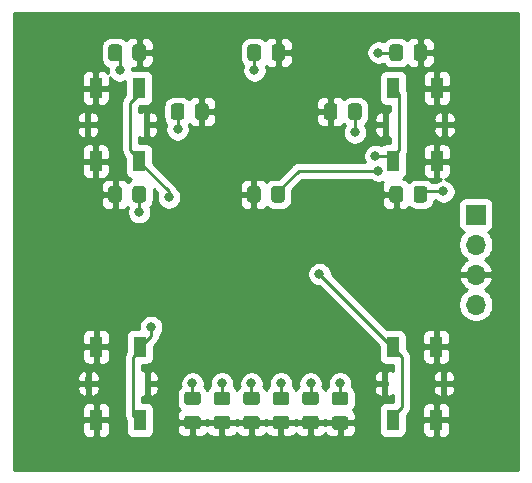
<source format=gtl>
G04 #@! TF.GenerationSoftware,KiCad,Pcbnew,5.1.10-88a1d61d58~90~ubuntu20.04.1*
G04 #@! TF.CreationDate,2021-11-23T17:04:51+00:00*
G04 #@! TF.ProjectId,logic-calc,6c6f6769-632d-4636-916c-632e6b696361,rev?*
G04 #@! TF.SameCoordinates,Original*
G04 #@! TF.FileFunction,Copper,L1,Top*
G04 #@! TF.FilePolarity,Positive*
%FSLAX46Y46*%
G04 Gerber Fmt 4.6, Leading zero omitted, Abs format (unit mm)*
G04 Created by KiCad (PCBNEW 5.1.10-88a1d61d58~90~ubuntu20.04.1) date 2021-11-23 17:04:51*
%MOMM*%
%LPD*%
G01*
G04 APERTURE LIST*
G04 #@! TA.AperFunction,ComponentPad*
%ADD10O,1.700000X1.700000*%
G04 #@! TD*
G04 #@! TA.AperFunction,ComponentPad*
%ADD11R,1.700000X1.700000*%
G04 #@! TD*
G04 #@! TA.AperFunction,SMDPad,CuDef*
%ADD12R,0.600000X1.000000*%
G04 #@! TD*
G04 #@! TA.AperFunction,SMDPad,CuDef*
%ADD13R,1.100000X1.800000*%
G04 #@! TD*
G04 #@! TA.AperFunction,ViaPad*
%ADD14C,0.800000*%
G04 #@! TD*
G04 #@! TA.AperFunction,Conductor*
%ADD15C,0.250000*%
G04 #@! TD*
G04 #@! TA.AperFunction,Conductor*
%ADD16C,0.254000*%
G04 #@! TD*
G04 #@! TA.AperFunction,Conductor*
%ADD17C,0.100000*%
G04 #@! TD*
G04 APERTURE END LIST*
D10*
X118750000Y-55330000D03*
X118750000Y-52790000D03*
X118750000Y-50250000D03*
D11*
X118750000Y-47710000D03*
D12*
X111100000Y-40100000D03*
X116100000Y-40100000D03*
D13*
X111750000Y-37000000D03*
X115450000Y-37000000D03*
X111750000Y-43200000D03*
X115450000Y-43200000D03*
D12*
X90900000Y-40100000D03*
X85900000Y-40100000D03*
D13*
X90250000Y-43200000D03*
X86550000Y-43200000D03*
X90250000Y-37000000D03*
X86550000Y-37000000D03*
D12*
X90950000Y-62000000D03*
X85950000Y-62000000D03*
D13*
X90300000Y-65100000D03*
X86600000Y-65100000D03*
X90300000Y-58900000D03*
X86600000Y-58900000D03*
D12*
X111050000Y-62000000D03*
X116050000Y-62000000D03*
D13*
X111700000Y-58900000D03*
X115400000Y-58900000D03*
X111700000Y-65100000D03*
X115400000Y-65100000D03*
G04 #@! TA.AperFunction,SMDPad,CuDef*
G36*
G01*
X113475000Y-46450001D02*
X113475000Y-45549999D01*
G75*
G02*
X113724999Y-45300000I249999J0D01*
G01*
X114375001Y-45300000D01*
G75*
G02*
X114625000Y-45549999I0J-249999D01*
G01*
X114625000Y-46450001D01*
G75*
G02*
X114375001Y-46700000I-249999J0D01*
G01*
X113724999Y-46700000D01*
G75*
G02*
X113475000Y-46450001I0J249999D01*
G01*
G37*
G04 #@! TD.AperFunction*
G04 #@! TA.AperFunction,SMDPad,CuDef*
G36*
G01*
X111425000Y-46450001D02*
X111425000Y-45549999D01*
G75*
G02*
X111674999Y-45300000I249999J0D01*
G01*
X112325001Y-45300000D01*
G75*
G02*
X112575000Y-45549999I0J-249999D01*
G01*
X112575000Y-46450001D01*
G75*
G02*
X112325001Y-46700000I-249999J0D01*
G01*
X111674999Y-46700000D01*
G75*
G02*
X111425000Y-46450001I0J249999D01*
G01*
G37*
G04 #@! TD.AperFunction*
G04 #@! TA.AperFunction,SMDPad,CuDef*
G36*
G01*
X101425000Y-46450001D02*
X101425000Y-45549999D01*
G75*
G02*
X101674999Y-45300000I249999J0D01*
G01*
X102325001Y-45300000D01*
G75*
G02*
X102575000Y-45549999I0J-249999D01*
G01*
X102575000Y-46450001D01*
G75*
G02*
X102325001Y-46700000I-249999J0D01*
G01*
X101674999Y-46700000D01*
G75*
G02*
X101425000Y-46450001I0J249999D01*
G01*
G37*
G04 #@! TD.AperFunction*
G04 #@! TA.AperFunction,SMDPad,CuDef*
G36*
G01*
X99375000Y-46450001D02*
X99375000Y-45549999D01*
G75*
G02*
X99624999Y-45300000I249999J0D01*
G01*
X100275001Y-45300000D01*
G75*
G02*
X100525000Y-45549999I0J-249999D01*
G01*
X100525000Y-46450001D01*
G75*
G02*
X100275001Y-46700000I-249999J0D01*
G01*
X99624999Y-46700000D01*
G75*
G02*
X99375000Y-46450001I0J249999D01*
G01*
G37*
G04 #@! TD.AperFunction*
G04 #@! TA.AperFunction,SMDPad,CuDef*
G36*
G01*
X89675000Y-46450001D02*
X89675000Y-45549999D01*
G75*
G02*
X89924999Y-45300000I249999J0D01*
G01*
X90575001Y-45300000D01*
G75*
G02*
X90825000Y-45549999I0J-249999D01*
G01*
X90825000Y-46450001D01*
G75*
G02*
X90575001Y-46700000I-249999J0D01*
G01*
X89924999Y-46700000D01*
G75*
G02*
X89675000Y-46450001I0J249999D01*
G01*
G37*
G04 #@! TD.AperFunction*
G04 #@! TA.AperFunction,SMDPad,CuDef*
G36*
G01*
X87625000Y-46450001D02*
X87625000Y-45549999D01*
G75*
G02*
X87874999Y-45300000I249999J0D01*
G01*
X88525001Y-45300000D01*
G75*
G02*
X88775000Y-45549999I0J-249999D01*
G01*
X88775000Y-46450001D01*
G75*
G02*
X88525001Y-46700000I-249999J0D01*
G01*
X87874999Y-46700000D01*
G75*
G02*
X87625000Y-46450001I0J249999D01*
G01*
G37*
G04 #@! TD.AperFunction*
G04 #@! TA.AperFunction,SMDPad,CuDef*
G36*
G01*
X112575000Y-33549999D02*
X112575000Y-34450001D01*
G75*
G02*
X112325001Y-34700000I-249999J0D01*
G01*
X111674999Y-34700000D01*
G75*
G02*
X111425000Y-34450001I0J249999D01*
G01*
X111425000Y-33549999D01*
G75*
G02*
X111674999Y-33300000I249999J0D01*
G01*
X112325001Y-33300000D01*
G75*
G02*
X112575000Y-33549999I0J-249999D01*
G01*
G37*
G04 #@! TD.AperFunction*
G04 #@! TA.AperFunction,SMDPad,CuDef*
G36*
G01*
X114625000Y-33549999D02*
X114625000Y-34450001D01*
G75*
G02*
X114375001Y-34700000I-249999J0D01*
G01*
X113724999Y-34700000D01*
G75*
G02*
X113475000Y-34450001I0J249999D01*
G01*
X113475000Y-33549999D01*
G75*
G02*
X113724999Y-33300000I249999J0D01*
G01*
X114375001Y-33300000D01*
G75*
G02*
X114625000Y-33549999I0J-249999D01*
G01*
G37*
G04 #@! TD.AperFunction*
G04 #@! TA.AperFunction,SMDPad,CuDef*
G36*
G01*
X100550000Y-33549999D02*
X100550000Y-34450001D01*
G75*
G02*
X100300001Y-34700000I-249999J0D01*
G01*
X99649999Y-34700000D01*
G75*
G02*
X99400000Y-34450001I0J249999D01*
G01*
X99400000Y-33549999D01*
G75*
G02*
X99649999Y-33300000I249999J0D01*
G01*
X100300001Y-33300000D01*
G75*
G02*
X100550000Y-33549999I0J-249999D01*
G01*
G37*
G04 #@! TD.AperFunction*
G04 #@! TA.AperFunction,SMDPad,CuDef*
G36*
G01*
X102600000Y-33549999D02*
X102600000Y-34450001D01*
G75*
G02*
X102350001Y-34700000I-249999J0D01*
G01*
X101699999Y-34700000D01*
G75*
G02*
X101450000Y-34450001I0J249999D01*
G01*
X101450000Y-33549999D01*
G75*
G02*
X101699999Y-33300000I249999J0D01*
G01*
X102350001Y-33300000D01*
G75*
G02*
X102600000Y-33549999I0J-249999D01*
G01*
G37*
G04 #@! TD.AperFunction*
G04 #@! TA.AperFunction,SMDPad,CuDef*
G36*
G01*
X88775000Y-33549999D02*
X88775000Y-34450001D01*
G75*
G02*
X88525001Y-34700000I-249999J0D01*
G01*
X87874999Y-34700000D01*
G75*
G02*
X87625000Y-34450001I0J249999D01*
G01*
X87625000Y-33549999D01*
G75*
G02*
X87874999Y-33300000I249999J0D01*
G01*
X88525001Y-33300000D01*
G75*
G02*
X88775000Y-33549999I0J-249999D01*
G01*
G37*
G04 #@! TD.AperFunction*
G04 #@! TA.AperFunction,SMDPad,CuDef*
G36*
G01*
X90825000Y-33549550D02*
X90825000Y-34450450D01*
G75*
G02*
X90575450Y-34700000I-249550J0D01*
G01*
X89924550Y-34700000D01*
G75*
G02*
X89675000Y-34450450I0J249550D01*
G01*
X89675000Y-33549550D01*
G75*
G02*
X89924550Y-33300000I249550J0D01*
G01*
X90575450Y-33300000D01*
G75*
G02*
X90825000Y-33549550I0J-249550D01*
G01*
G37*
G04 #@! TD.AperFunction*
G04 #@! TA.AperFunction,SMDPad,CuDef*
G36*
G01*
X107925000Y-39450001D02*
X107925000Y-38549999D01*
G75*
G02*
X108174999Y-38300000I249999J0D01*
G01*
X108825001Y-38300000D01*
G75*
G02*
X109075000Y-38549999I0J-249999D01*
G01*
X109075000Y-39450001D01*
G75*
G02*
X108825001Y-39700000I-249999J0D01*
G01*
X108174999Y-39700000D01*
G75*
G02*
X107925000Y-39450001I0J249999D01*
G01*
G37*
G04 #@! TD.AperFunction*
G04 #@! TA.AperFunction,SMDPad,CuDef*
G36*
G01*
X105875000Y-39450001D02*
X105875000Y-38549999D01*
G75*
G02*
X106124999Y-38300000I249999J0D01*
G01*
X106775001Y-38300000D01*
G75*
G02*
X107025000Y-38549999I0J-249999D01*
G01*
X107025000Y-39450001D01*
G75*
G02*
X106775001Y-39700000I-249999J0D01*
G01*
X106124999Y-39700000D01*
G75*
G02*
X105875000Y-39450001I0J249999D01*
G01*
G37*
G04 #@! TD.AperFunction*
G04 #@! TA.AperFunction,SMDPad,CuDef*
G36*
G01*
X94075000Y-38549999D02*
X94075000Y-39450001D01*
G75*
G02*
X93825001Y-39700000I-249999J0D01*
G01*
X93174999Y-39700000D01*
G75*
G02*
X92925000Y-39450001I0J249999D01*
G01*
X92925000Y-38549999D01*
G75*
G02*
X93174999Y-38300000I249999J0D01*
G01*
X93825001Y-38300000D01*
G75*
G02*
X94075000Y-38549999I0J-249999D01*
G01*
G37*
G04 #@! TD.AperFunction*
G04 #@! TA.AperFunction,SMDPad,CuDef*
G36*
G01*
X96125000Y-38549999D02*
X96125000Y-39450001D01*
G75*
G02*
X95875001Y-39700000I-249999J0D01*
G01*
X95224999Y-39700000D01*
G75*
G02*
X94975000Y-39450001I0J249999D01*
G01*
X94975000Y-38549999D01*
G75*
G02*
X95224999Y-38300000I249999J0D01*
G01*
X95875001Y-38300000D01*
G75*
G02*
X96125000Y-38549999I0J-249999D01*
G01*
G37*
G04 #@! TD.AperFunction*
G04 #@! TA.AperFunction,SMDPad,CuDef*
G36*
G01*
X95200001Y-63850000D02*
X94299999Y-63850000D01*
G75*
G02*
X94050000Y-63600001I0J249999D01*
G01*
X94050000Y-62949999D01*
G75*
G02*
X94299999Y-62700000I249999J0D01*
G01*
X95200001Y-62700000D01*
G75*
G02*
X95450000Y-62949999I0J-249999D01*
G01*
X95450000Y-63600001D01*
G75*
G02*
X95200001Y-63850000I-249999J0D01*
G01*
G37*
G04 #@! TD.AperFunction*
G04 #@! TA.AperFunction,SMDPad,CuDef*
G36*
G01*
X95200001Y-65900000D02*
X94299999Y-65900000D01*
G75*
G02*
X94050000Y-65650001I0J249999D01*
G01*
X94050000Y-64999999D01*
G75*
G02*
X94299999Y-64750000I249999J0D01*
G01*
X95200001Y-64750000D01*
G75*
G02*
X95450000Y-64999999I0J-249999D01*
G01*
X95450000Y-65650001D01*
G75*
G02*
X95200001Y-65900000I-249999J0D01*
G01*
G37*
G04 #@! TD.AperFunction*
G04 #@! TA.AperFunction,SMDPad,CuDef*
G36*
G01*
X97700001Y-63850000D02*
X96799999Y-63850000D01*
G75*
G02*
X96550000Y-63600001I0J249999D01*
G01*
X96550000Y-62949999D01*
G75*
G02*
X96799999Y-62700000I249999J0D01*
G01*
X97700001Y-62700000D01*
G75*
G02*
X97950000Y-62949999I0J-249999D01*
G01*
X97950000Y-63600001D01*
G75*
G02*
X97700001Y-63850000I-249999J0D01*
G01*
G37*
G04 #@! TD.AperFunction*
G04 #@! TA.AperFunction,SMDPad,CuDef*
G36*
G01*
X97700001Y-65900000D02*
X96799999Y-65900000D01*
G75*
G02*
X96550000Y-65650001I0J249999D01*
G01*
X96550000Y-64999999D01*
G75*
G02*
X96799999Y-64750000I249999J0D01*
G01*
X97700001Y-64750000D01*
G75*
G02*
X97950000Y-64999999I0J-249999D01*
G01*
X97950000Y-65650001D01*
G75*
G02*
X97700001Y-65900000I-249999J0D01*
G01*
G37*
G04 #@! TD.AperFunction*
G04 #@! TA.AperFunction,SMDPad,CuDef*
G36*
G01*
X100200001Y-63850000D02*
X99299999Y-63850000D01*
G75*
G02*
X99050000Y-63600001I0J249999D01*
G01*
X99050000Y-62949999D01*
G75*
G02*
X99299999Y-62700000I249999J0D01*
G01*
X100200001Y-62700000D01*
G75*
G02*
X100450000Y-62949999I0J-249999D01*
G01*
X100450000Y-63600001D01*
G75*
G02*
X100200001Y-63850000I-249999J0D01*
G01*
G37*
G04 #@! TD.AperFunction*
G04 #@! TA.AperFunction,SMDPad,CuDef*
G36*
G01*
X100200001Y-65900000D02*
X99299999Y-65900000D01*
G75*
G02*
X99050000Y-65650001I0J249999D01*
G01*
X99050000Y-64999999D01*
G75*
G02*
X99299999Y-64750000I249999J0D01*
G01*
X100200001Y-64750000D01*
G75*
G02*
X100450000Y-64999999I0J-249999D01*
G01*
X100450000Y-65650001D01*
G75*
G02*
X100200001Y-65900000I-249999J0D01*
G01*
G37*
G04 #@! TD.AperFunction*
G04 #@! TA.AperFunction,SMDPad,CuDef*
G36*
G01*
X102700001Y-63850000D02*
X101799999Y-63850000D01*
G75*
G02*
X101550000Y-63600001I0J249999D01*
G01*
X101550000Y-62949999D01*
G75*
G02*
X101799999Y-62700000I249999J0D01*
G01*
X102700001Y-62700000D01*
G75*
G02*
X102950000Y-62949999I0J-249999D01*
G01*
X102950000Y-63600001D01*
G75*
G02*
X102700001Y-63850000I-249999J0D01*
G01*
G37*
G04 #@! TD.AperFunction*
G04 #@! TA.AperFunction,SMDPad,CuDef*
G36*
G01*
X102700001Y-65900000D02*
X101799999Y-65900000D01*
G75*
G02*
X101550000Y-65650001I0J249999D01*
G01*
X101550000Y-64999999D01*
G75*
G02*
X101799999Y-64750000I249999J0D01*
G01*
X102700001Y-64750000D01*
G75*
G02*
X102950000Y-64999999I0J-249999D01*
G01*
X102950000Y-65650001D01*
G75*
G02*
X102700001Y-65900000I-249999J0D01*
G01*
G37*
G04 #@! TD.AperFunction*
G04 #@! TA.AperFunction,SMDPad,CuDef*
G36*
G01*
X105200001Y-63850000D02*
X104299999Y-63850000D01*
G75*
G02*
X104050000Y-63600001I0J249999D01*
G01*
X104050000Y-62949999D01*
G75*
G02*
X104299999Y-62700000I249999J0D01*
G01*
X105200001Y-62700000D01*
G75*
G02*
X105450000Y-62949999I0J-249999D01*
G01*
X105450000Y-63600001D01*
G75*
G02*
X105200001Y-63850000I-249999J0D01*
G01*
G37*
G04 #@! TD.AperFunction*
G04 #@! TA.AperFunction,SMDPad,CuDef*
G36*
G01*
X105200001Y-65900000D02*
X104299999Y-65900000D01*
G75*
G02*
X104050000Y-65650001I0J249999D01*
G01*
X104050000Y-64999999D01*
G75*
G02*
X104299999Y-64750000I249999J0D01*
G01*
X105200001Y-64750000D01*
G75*
G02*
X105450000Y-64999999I0J-249999D01*
G01*
X105450000Y-65650001D01*
G75*
G02*
X105200001Y-65900000I-249999J0D01*
G01*
G37*
G04 #@! TD.AperFunction*
G04 #@! TA.AperFunction,SMDPad,CuDef*
G36*
G01*
X107700001Y-63875000D02*
X106799999Y-63875000D01*
G75*
G02*
X106550000Y-63625001I0J249999D01*
G01*
X106550000Y-62974999D01*
G75*
G02*
X106799999Y-62725000I249999J0D01*
G01*
X107700001Y-62725000D01*
G75*
G02*
X107950000Y-62974999I0J-249999D01*
G01*
X107950000Y-63625001D01*
G75*
G02*
X107700001Y-63875000I-249999J0D01*
G01*
G37*
G04 #@! TD.AperFunction*
G04 #@! TA.AperFunction,SMDPad,CuDef*
G36*
G01*
X107700001Y-65925000D02*
X106799999Y-65925000D01*
G75*
G02*
X106550000Y-65675001I0J249999D01*
G01*
X106550000Y-65024999D01*
G75*
G02*
X106799999Y-64775000I249999J0D01*
G01*
X107700001Y-64775000D01*
G75*
G02*
X107950000Y-65024999I0J-249999D01*
G01*
X107950000Y-65675001D01*
G75*
G02*
X107700001Y-65925000I-249999J0D01*
G01*
G37*
G04 #@! TD.AperFunction*
D14*
X100000000Y-48250000D03*
X111750000Y-56250000D03*
X103000000Y-67900000D03*
X84100000Y-32600000D03*
X118800000Y-32900000D03*
X120500000Y-63000000D03*
X107250000Y-62000000D03*
X104750000Y-62000000D03*
X102250000Y-62000000D03*
X99750000Y-62000000D03*
X97250000Y-62000000D03*
X94750000Y-62000000D03*
X93500000Y-40500000D03*
X108500000Y-40750000D03*
X88600000Y-35500000D03*
X100000000Y-35500000D03*
X110500000Y-34000000D03*
X90250000Y-47500000D03*
X110500000Y-44000000D03*
X116000000Y-45750000D03*
X105500000Y-52750000D03*
X91250000Y-57250000D03*
X92750000Y-46250000D03*
X110250000Y-42750000D03*
D15*
X107250000Y-62000000D02*
X107250000Y-63000000D01*
X104750000Y-62000000D02*
X104750000Y-63250000D01*
X102250000Y-62000000D02*
X102250000Y-63250000D01*
X102250000Y-63250000D02*
X102500000Y-63500000D01*
X99750000Y-62000000D02*
X99750000Y-63500000D01*
X97250000Y-62000000D02*
X97250000Y-63000000D01*
X97250000Y-63000000D02*
X97500000Y-63250000D01*
X94750000Y-62000000D02*
X94750000Y-63250000D01*
X93500000Y-40250000D02*
X93500000Y-39250000D01*
X93500000Y-39250000D02*
X93500000Y-39000000D01*
X93500000Y-40250000D02*
X93500000Y-40500000D01*
X108500000Y-39000000D02*
X108500000Y-40750000D01*
X88600000Y-35500000D02*
X88600000Y-34500000D01*
X88600000Y-34500000D02*
X88600000Y-33900000D01*
X100000000Y-35500000D02*
X100000000Y-34500000D01*
X110500000Y-34000000D02*
X111750000Y-34000000D01*
X90250000Y-47500000D02*
X90250000Y-46250000D01*
X90250000Y-46250000D02*
X90500000Y-46000000D01*
X110500000Y-44000000D02*
X103750000Y-44000000D01*
X103750000Y-44000000D02*
X101750000Y-46000000D01*
X116000000Y-45750000D02*
X114500000Y-45750000D01*
X114500000Y-45750000D02*
X114250000Y-46000000D01*
X105500000Y-52750000D02*
X111750000Y-59000000D01*
X111750000Y-59000000D02*
X112500000Y-59750000D01*
X112500000Y-59750000D02*
X112500000Y-64000000D01*
X112500000Y-64000000D02*
X111750000Y-64750000D01*
X91250000Y-57250000D02*
X91250000Y-58000000D01*
X90324999Y-58925001D02*
X90324999Y-59175001D01*
X91250000Y-58000000D02*
X90324999Y-58925001D01*
X90324999Y-59175001D02*
X89750000Y-59750000D01*
X89750000Y-59750000D02*
X89750000Y-64750000D01*
X90250000Y-43200000D02*
X90250000Y-43250000D01*
X92750000Y-45750000D02*
X92750000Y-46250000D01*
X90250000Y-43250000D02*
X92750000Y-45750000D01*
X90250000Y-37000000D02*
X90250000Y-37500000D01*
X90250000Y-37500000D02*
X89500000Y-38250000D01*
X89500000Y-38250000D02*
X89500000Y-42250000D01*
X89500000Y-42250000D02*
X90250000Y-43000000D01*
X110250000Y-42750000D02*
X111750000Y-42750000D01*
X111750000Y-42750000D02*
X112250000Y-42250000D01*
X112250000Y-42250000D02*
X112250000Y-37500000D01*
X112250000Y-37500000D02*
X112000000Y-37250000D01*
D16*
X122340001Y-69340000D02*
X79660000Y-69340000D01*
X79660000Y-66000000D01*
X85411928Y-66000000D01*
X85424188Y-66124482D01*
X85460498Y-66244180D01*
X85519463Y-66354494D01*
X85598815Y-66451185D01*
X85695506Y-66530537D01*
X85805820Y-66589502D01*
X85925518Y-66625812D01*
X86050000Y-66638072D01*
X86314250Y-66635000D01*
X86473000Y-66476250D01*
X86473000Y-65227000D01*
X86727000Y-65227000D01*
X86727000Y-66476250D01*
X86885750Y-66635000D01*
X87150000Y-66638072D01*
X87274482Y-66625812D01*
X87394180Y-66589502D01*
X87504494Y-66530537D01*
X87601185Y-66451185D01*
X87680537Y-66354494D01*
X87739502Y-66244180D01*
X87775812Y-66124482D01*
X87788072Y-66000000D01*
X87785000Y-65385750D01*
X87626250Y-65227000D01*
X86727000Y-65227000D01*
X86473000Y-65227000D01*
X85573750Y-65227000D01*
X85415000Y-65385750D01*
X85411928Y-66000000D01*
X79660000Y-66000000D01*
X79660000Y-64200000D01*
X85411928Y-64200000D01*
X85415000Y-64814250D01*
X85573750Y-64973000D01*
X86473000Y-64973000D01*
X86473000Y-63723750D01*
X86727000Y-63723750D01*
X86727000Y-64973000D01*
X87626250Y-64973000D01*
X87785000Y-64814250D01*
X87788072Y-64200000D01*
X87775812Y-64075518D01*
X87739502Y-63955820D01*
X87680537Y-63845506D01*
X87601185Y-63748815D01*
X87504494Y-63669463D01*
X87394180Y-63610498D01*
X87274482Y-63574188D01*
X87150000Y-63561928D01*
X86885750Y-63565000D01*
X86727000Y-63723750D01*
X86473000Y-63723750D01*
X86314250Y-63565000D01*
X86050000Y-63561928D01*
X85925518Y-63574188D01*
X85805820Y-63610498D01*
X85695506Y-63669463D01*
X85598815Y-63748815D01*
X85519463Y-63845506D01*
X85460498Y-63955820D01*
X85424188Y-64075518D01*
X85411928Y-64200000D01*
X79660000Y-64200000D01*
X79660000Y-62500000D01*
X85011928Y-62500000D01*
X85024188Y-62624482D01*
X85060498Y-62744180D01*
X85119463Y-62854494D01*
X85198815Y-62951185D01*
X85295506Y-63030537D01*
X85405820Y-63089502D01*
X85525518Y-63125812D01*
X85650000Y-63138072D01*
X85664250Y-63135000D01*
X85823000Y-62976250D01*
X85823000Y-62127000D01*
X86077000Y-62127000D01*
X86077000Y-62976250D01*
X86235750Y-63135000D01*
X86250000Y-63138072D01*
X86374482Y-63125812D01*
X86494180Y-63089502D01*
X86604494Y-63030537D01*
X86701185Y-62951185D01*
X86780537Y-62854494D01*
X86839502Y-62744180D01*
X86875812Y-62624482D01*
X86888072Y-62500000D01*
X86885000Y-62285750D01*
X86726250Y-62127000D01*
X86077000Y-62127000D01*
X85823000Y-62127000D01*
X85173750Y-62127000D01*
X85015000Y-62285750D01*
X85011928Y-62500000D01*
X79660000Y-62500000D01*
X79660000Y-61500000D01*
X85011928Y-61500000D01*
X85015000Y-61714250D01*
X85173750Y-61873000D01*
X85823000Y-61873000D01*
X85823000Y-61023750D01*
X86077000Y-61023750D01*
X86077000Y-61873000D01*
X86726250Y-61873000D01*
X86885000Y-61714250D01*
X86888072Y-61500000D01*
X86875812Y-61375518D01*
X86839502Y-61255820D01*
X86780537Y-61145506D01*
X86701185Y-61048815D01*
X86604494Y-60969463D01*
X86494180Y-60910498D01*
X86374482Y-60874188D01*
X86250000Y-60861928D01*
X86235750Y-60865000D01*
X86077000Y-61023750D01*
X85823000Y-61023750D01*
X85664250Y-60865000D01*
X85650000Y-60861928D01*
X85525518Y-60874188D01*
X85405820Y-60910498D01*
X85295506Y-60969463D01*
X85198815Y-61048815D01*
X85119463Y-61145506D01*
X85060498Y-61255820D01*
X85024188Y-61375518D01*
X85011928Y-61500000D01*
X79660000Y-61500000D01*
X79660000Y-59800000D01*
X85411928Y-59800000D01*
X85424188Y-59924482D01*
X85460498Y-60044180D01*
X85519463Y-60154494D01*
X85598815Y-60251185D01*
X85695506Y-60330537D01*
X85805820Y-60389502D01*
X85925518Y-60425812D01*
X86050000Y-60438072D01*
X86314250Y-60435000D01*
X86473000Y-60276250D01*
X86473000Y-59027000D01*
X86727000Y-59027000D01*
X86727000Y-60276250D01*
X86885750Y-60435000D01*
X87150000Y-60438072D01*
X87274482Y-60425812D01*
X87394180Y-60389502D01*
X87504494Y-60330537D01*
X87601185Y-60251185D01*
X87680537Y-60154494D01*
X87739502Y-60044180D01*
X87775812Y-59924482D01*
X87788072Y-59800000D01*
X87787822Y-59750000D01*
X88986324Y-59750000D01*
X88990000Y-59787323D01*
X88990001Y-64787333D01*
X89000998Y-64898986D01*
X89044455Y-65042247D01*
X89111928Y-65168478D01*
X89111928Y-66000000D01*
X89124188Y-66124482D01*
X89160498Y-66244180D01*
X89219463Y-66354494D01*
X89298815Y-66451185D01*
X89395506Y-66530537D01*
X89505820Y-66589502D01*
X89625518Y-66625812D01*
X89750000Y-66638072D01*
X90850000Y-66638072D01*
X90974482Y-66625812D01*
X91094180Y-66589502D01*
X91204494Y-66530537D01*
X91301185Y-66451185D01*
X91380537Y-66354494D01*
X91439502Y-66244180D01*
X91475812Y-66124482D01*
X91488072Y-66000000D01*
X91488072Y-65900000D01*
X93411928Y-65900000D01*
X93424188Y-66024482D01*
X93460498Y-66144180D01*
X93519463Y-66254494D01*
X93598815Y-66351185D01*
X93695506Y-66430537D01*
X93805820Y-66489502D01*
X93925518Y-66525812D01*
X94050000Y-66538072D01*
X94464250Y-66535000D01*
X94623000Y-66376250D01*
X94623000Y-65452000D01*
X94877000Y-65452000D01*
X94877000Y-66376250D01*
X95035750Y-66535000D01*
X95450000Y-66538072D01*
X95574482Y-66525812D01*
X95694180Y-66489502D01*
X95804494Y-66430537D01*
X95901185Y-66351185D01*
X95980537Y-66254494D01*
X96000000Y-66218082D01*
X96019463Y-66254494D01*
X96098815Y-66351185D01*
X96195506Y-66430537D01*
X96305820Y-66489502D01*
X96425518Y-66525812D01*
X96550000Y-66538072D01*
X96964250Y-66535000D01*
X97123000Y-66376250D01*
X97123000Y-65452000D01*
X97377000Y-65452000D01*
X97377000Y-66376250D01*
X97535750Y-66535000D01*
X97950000Y-66538072D01*
X98074482Y-66525812D01*
X98194180Y-66489502D01*
X98304494Y-66430537D01*
X98401185Y-66351185D01*
X98480537Y-66254494D01*
X98500000Y-66218082D01*
X98519463Y-66254494D01*
X98598815Y-66351185D01*
X98695506Y-66430537D01*
X98805820Y-66489502D01*
X98925518Y-66525812D01*
X99050000Y-66538072D01*
X99464250Y-66535000D01*
X99623000Y-66376250D01*
X99623000Y-65452000D01*
X99877000Y-65452000D01*
X99877000Y-66376250D01*
X100035750Y-66535000D01*
X100450000Y-66538072D01*
X100574482Y-66525812D01*
X100694180Y-66489502D01*
X100804494Y-66430537D01*
X100901185Y-66351185D01*
X100980537Y-66254494D01*
X101000000Y-66218082D01*
X101019463Y-66254494D01*
X101098815Y-66351185D01*
X101195506Y-66430537D01*
X101305820Y-66489502D01*
X101425518Y-66525812D01*
X101550000Y-66538072D01*
X101964250Y-66535000D01*
X102123000Y-66376250D01*
X102123000Y-65452000D01*
X102377000Y-65452000D01*
X102377000Y-66376250D01*
X102535750Y-66535000D01*
X102950000Y-66538072D01*
X103074482Y-66525812D01*
X103194180Y-66489502D01*
X103304494Y-66430537D01*
X103401185Y-66351185D01*
X103480537Y-66254494D01*
X103500000Y-66218082D01*
X103519463Y-66254494D01*
X103598815Y-66351185D01*
X103695506Y-66430537D01*
X103805820Y-66489502D01*
X103925518Y-66525812D01*
X104050000Y-66538072D01*
X104464250Y-66535000D01*
X104623000Y-66376250D01*
X104623000Y-65452000D01*
X104877000Y-65452000D01*
X104877000Y-66376250D01*
X105035750Y-66535000D01*
X105450000Y-66538072D01*
X105574482Y-66525812D01*
X105694180Y-66489502D01*
X105804494Y-66430537D01*
X105901185Y-66351185D01*
X105980537Y-66254494D01*
X105993319Y-66230582D01*
X106019463Y-66279494D01*
X106098815Y-66376185D01*
X106195506Y-66455537D01*
X106305820Y-66514502D01*
X106425518Y-66550812D01*
X106550000Y-66563072D01*
X106964250Y-66560000D01*
X107123000Y-66401250D01*
X107123000Y-65477000D01*
X107377000Y-65477000D01*
X107377000Y-66401250D01*
X107535750Y-66560000D01*
X107950000Y-66563072D01*
X108074482Y-66550812D01*
X108194180Y-66514502D01*
X108304494Y-66455537D01*
X108401185Y-66376185D01*
X108480537Y-66279494D01*
X108539502Y-66169180D01*
X108575812Y-66049482D01*
X108588072Y-65925000D01*
X108585000Y-65635750D01*
X108426250Y-65477000D01*
X107377000Y-65477000D01*
X107123000Y-65477000D01*
X106073750Y-65477000D01*
X106012500Y-65538250D01*
X105926250Y-65452000D01*
X104877000Y-65452000D01*
X104623000Y-65452000D01*
X103573750Y-65452000D01*
X103500000Y-65525750D01*
X103426250Y-65452000D01*
X102377000Y-65452000D01*
X102123000Y-65452000D01*
X101073750Y-65452000D01*
X101000000Y-65525750D01*
X100926250Y-65452000D01*
X99877000Y-65452000D01*
X99623000Y-65452000D01*
X98573750Y-65452000D01*
X98500000Y-65525750D01*
X98426250Y-65452000D01*
X97377000Y-65452000D01*
X97123000Y-65452000D01*
X96073750Y-65452000D01*
X96000000Y-65525750D01*
X95926250Y-65452000D01*
X94877000Y-65452000D01*
X94623000Y-65452000D01*
X93573750Y-65452000D01*
X93415000Y-65610750D01*
X93411928Y-65900000D01*
X91488072Y-65900000D01*
X91488072Y-64200000D01*
X91475812Y-64075518D01*
X91439502Y-63955820D01*
X91380537Y-63845506D01*
X91301185Y-63748815D01*
X91204494Y-63669463D01*
X91094180Y-63610498D01*
X90974482Y-63574188D01*
X90850000Y-63561928D01*
X90510000Y-63561928D01*
X90510000Y-63121105D01*
X90525518Y-63125812D01*
X90650000Y-63138072D01*
X90664250Y-63135000D01*
X90823000Y-62976250D01*
X90823000Y-62127000D01*
X91077000Y-62127000D01*
X91077000Y-62976250D01*
X91235750Y-63135000D01*
X91250000Y-63138072D01*
X91374482Y-63125812D01*
X91494180Y-63089502D01*
X91604494Y-63030537D01*
X91701185Y-62951185D01*
X91702158Y-62949999D01*
X93411928Y-62949999D01*
X93411928Y-63600001D01*
X93428992Y-63773255D01*
X93479528Y-63939851D01*
X93561595Y-64093387D01*
X93672038Y-64227962D01*
X93678594Y-64233342D01*
X93598815Y-64298815D01*
X93519463Y-64395506D01*
X93460498Y-64505820D01*
X93424188Y-64625518D01*
X93411928Y-64750000D01*
X93415000Y-65039250D01*
X93573750Y-65198000D01*
X94623000Y-65198000D01*
X94623000Y-65178000D01*
X94877000Y-65178000D01*
X94877000Y-65198000D01*
X95926250Y-65198000D01*
X96000000Y-65124250D01*
X96073750Y-65198000D01*
X97123000Y-65198000D01*
X97123000Y-65178000D01*
X97377000Y-65178000D01*
X97377000Y-65198000D01*
X98426250Y-65198000D01*
X98500000Y-65124250D01*
X98573750Y-65198000D01*
X99623000Y-65198000D01*
X99623000Y-65178000D01*
X99877000Y-65178000D01*
X99877000Y-65198000D01*
X100926250Y-65198000D01*
X101000000Y-65124250D01*
X101073750Y-65198000D01*
X102123000Y-65198000D01*
X102123000Y-65178000D01*
X102377000Y-65178000D01*
X102377000Y-65198000D01*
X103426250Y-65198000D01*
X103500000Y-65124250D01*
X103573750Y-65198000D01*
X104623000Y-65198000D01*
X104623000Y-65178000D01*
X104877000Y-65178000D01*
X104877000Y-65198000D01*
X105926250Y-65198000D01*
X105987500Y-65136750D01*
X106073750Y-65223000D01*
X107123000Y-65223000D01*
X107123000Y-65203000D01*
X107377000Y-65203000D01*
X107377000Y-65223000D01*
X108426250Y-65223000D01*
X108585000Y-65064250D01*
X108588072Y-64775000D01*
X108575812Y-64650518D01*
X108539502Y-64530820D01*
X108480537Y-64420506D01*
X108401185Y-64323815D01*
X108321406Y-64258342D01*
X108327962Y-64252962D01*
X108438405Y-64118387D01*
X108520472Y-63964851D01*
X108571008Y-63798255D01*
X108588072Y-63625001D01*
X108588072Y-62974999D01*
X108571008Y-62801745D01*
X108520472Y-62635149D01*
X108448234Y-62500000D01*
X110111928Y-62500000D01*
X110124188Y-62624482D01*
X110160498Y-62744180D01*
X110219463Y-62854494D01*
X110298815Y-62951185D01*
X110395506Y-63030537D01*
X110505820Y-63089502D01*
X110625518Y-63125812D01*
X110750000Y-63138072D01*
X110764250Y-63135000D01*
X110923000Y-62976250D01*
X110923000Y-62127000D01*
X110273750Y-62127000D01*
X110115000Y-62285750D01*
X110111928Y-62500000D01*
X108448234Y-62500000D01*
X108438405Y-62481613D01*
X108327962Y-62347038D01*
X108249118Y-62282332D01*
X108285000Y-62101939D01*
X108285000Y-61898061D01*
X108245226Y-61698102D01*
X108167205Y-61509744D01*
X108160695Y-61500000D01*
X110111928Y-61500000D01*
X110115000Y-61714250D01*
X110273750Y-61873000D01*
X110923000Y-61873000D01*
X110923000Y-61023750D01*
X110764250Y-60865000D01*
X110750000Y-60861928D01*
X110625518Y-60874188D01*
X110505820Y-60910498D01*
X110395506Y-60969463D01*
X110298815Y-61048815D01*
X110219463Y-61145506D01*
X110160498Y-61255820D01*
X110124188Y-61375518D01*
X110111928Y-61500000D01*
X108160695Y-61500000D01*
X108053937Y-61340226D01*
X107909774Y-61196063D01*
X107740256Y-61082795D01*
X107551898Y-61004774D01*
X107351939Y-60965000D01*
X107148061Y-60965000D01*
X106948102Y-61004774D01*
X106759744Y-61082795D01*
X106590226Y-61196063D01*
X106446063Y-61340226D01*
X106332795Y-61509744D01*
X106254774Y-61698102D01*
X106215000Y-61898061D01*
X106215000Y-62101939D01*
X106250882Y-62282332D01*
X106172038Y-62347038D01*
X106061595Y-62481613D01*
X106006681Y-62584349D01*
X105938405Y-62456613D01*
X105827962Y-62322038D01*
X105753393Y-62260841D01*
X105785000Y-62101939D01*
X105785000Y-61898061D01*
X105745226Y-61698102D01*
X105667205Y-61509744D01*
X105553937Y-61340226D01*
X105409774Y-61196063D01*
X105240256Y-61082795D01*
X105051898Y-61004774D01*
X104851939Y-60965000D01*
X104648061Y-60965000D01*
X104448102Y-61004774D01*
X104259744Y-61082795D01*
X104090226Y-61196063D01*
X103946063Y-61340226D01*
X103832795Y-61509744D01*
X103754774Y-61698102D01*
X103715000Y-61898061D01*
X103715000Y-62101939D01*
X103746607Y-62260841D01*
X103672038Y-62322038D01*
X103561595Y-62456613D01*
X103500000Y-62571849D01*
X103438405Y-62456613D01*
X103327962Y-62322038D01*
X103253393Y-62260841D01*
X103285000Y-62101939D01*
X103285000Y-61898061D01*
X103245226Y-61698102D01*
X103167205Y-61509744D01*
X103053937Y-61340226D01*
X102909774Y-61196063D01*
X102740256Y-61082795D01*
X102551898Y-61004774D01*
X102351939Y-60965000D01*
X102148061Y-60965000D01*
X101948102Y-61004774D01*
X101759744Y-61082795D01*
X101590226Y-61196063D01*
X101446063Y-61340226D01*
X101332795Y-61509744D01*
X101254774Y-61698102D01*
X101215000Y-61898061D01*
X101215000Y-62101939D01*
X101246607Y-62260841D01*
X101172038Y-62322038D01*
X101061595Y-62456613D01*
X101000000Y-62571849D01*
X100938405Y-62456613D01*
X100827962Y-62322038D01*
X100753393Y-62260841D01*
X100785000Y-62101939D01*
X100785000Y-61898061D01*
X100745226Y-61698102D01*
X100667205Y-61509744D01*
X100553937Y-61340226D01*
X100409774Y-61196063D01*
X100240256Y-61082795D01*
X100051898Y-61004774D01*
X99851939Y-60965000D01*
X99648061Y-60965000D01*
X99448102Y-61004774D01*
X99259744Y-61082795D01*
X99090226Y-61196063D01*
X98946063Y-61340226D01*
X98832795Y-61509744D01*
X98754774Y-61698102D01*
X98715000Y-61898061D01*
X98715000Y-62101939D01*
X98746607Y-62260841D01*
X98672038Y-62322038D01*
X98561595Y-62456613D01*
X98500000Y-62571849D01*
X98438405Y-62456613D01*
X98327962Y-62322038D01*
X98253393Y-62260841D01*
X98285000Y-62101939D01*
X98285000Y-61898061D01*
X98245226Y-61698102D01*
X98167205Y-61509744D01*
X98053937Y-61340226D01*
X97909774Y-61196063D01*
X97740256Y-61082795D01*
X97551898Y-61004774D01*
X97351939Y-60965000D01*
X97148061Y-60965000D01*
X96948102Y-61004774D01*
X96759744Y-61082795D01*
X96590226Y-61196063D01*
X96446063Y-61340226D01*
X96332795Y-61509744D01*
X96254774Y-61698102D01*
X96215000Y-61898061D01*
X96215000Y-62101939D01*
X96246607Y-62260841D01*
X96172038Y-62322038D01*
X96061595Y-62456613D01*
X96000000Y-62571849D01*
X95938405Y-62456613D01*
X95827962Y-62322038D01*
X95753393Y-62260841D01*
X95785000Y-62101939D01*
X95785000Y-61898061D01*
X95745226Y-61698102D01*
X95667205Y-61509744D01*
X95553937Y-61340226D01*
X95409774Y-61196063D01*
X95240256Y-61082795D01*
X95051898Y-61004774D01*
X94851939Y-60965000D01*
X94648061Y-60965000D01*
X94448102Y-61004774D01*
X94259744Y-61082795D01*
X94090226Y-61196063D01*
X93946063Y-61340226D01*
X93832795Y-61509744D01*
X93754774Y-61698102D01*
X93715000Y-61898061D01*
X93715000Y-62101939D01*
X93746607Y-62260841D01*
X93672038Y-62322038D01*
X93561595Y-62456613D01*
X93479528Y-62610149D01*
X93428992Y-62776745D01*
X93411928Y-62949999D01*
X91702158Y-62949999D01*
X91780537Y-62854494D01*
X91839502Y-62744180D01*
X91875812Y-62624482D01*
X91888072Y-62500000D01*
X91885000Y-62285750D01*
X91726250Y-62127000D01*
X91077000Y-62127000D01*
X90823000Y-62127000D01*
X90803000Y-62127000D01*
X90803000Y-61873000D01*
X90823000Y-61873000D01*
X90823000Y-61023750D01*
X91077000Y-61023750D01*
X91077000Y-61873000D01*
X91726250Y-61873000D01*
X91885000Y-61714250D01*
X91888072Y-61500000D01*
X91875812Y-61375518D01*
X91839502Y-61255820D01*
X91780537Y-61145506D01*
X91701185Y-61048815D01*
X91604494Y-60969463D01*
X91494180Y-60910498D01*
X91374482Y-60874188D01*
X91250000Y-60861928D01*
X91235750Y-60865000D01*
X91077000Y-61023750D01*
X90823000Y-61023750D01*
X90664250Y-60865000D01*
X90650000Y-60861928D01*
X90525518Y-60874188D01*
X90510000Y-60878895D01*
X90510000Y-60438072D01*
X90850000Y-60438072D01*
X90974482Y-60425812D01*
X91094180Y-60389502D01*
X91204494Y-60330537D01*
X91301185Y-60251185D01*
X91380537Y-60154494D01*
X91439502Y-60044180D01*
X91475812Y-59924482D01*
X91488072Y-59800000D01*
X91488072Y-58836730D01*
X91761003Y-58563799D01*
X91790001Y-58540001D01*
X91855657Y-58459999D01*
X91884974Y-58424277D01*
X91955546Y-58292247D01*
X91957744Y-58285000D01*
X91999003Y-58148986D01*
X92010000Y-58037333D01*
X92010000Y-58037323D01*
X92013676Y-58000000D01*
X92010000Y-57962677D01*
X92010000Y-57953711D01*
X92053937Y-57909774D01*
X92167205Y-57740256D01*
X92245226Y-57551898D01*
X92285000Y-57351939D01*
X92285000Y-57148061D01*
X92245226Y-56948102D01*
X92167205Y-56759744D01*
X92053937Y-56590226D01*
X91909774Y-56446063D01*
X91740256Y-56332795D01*
X91551898Y-56254774D01*
X91351939Y-56215000D01*
X91148061Y-56215000D01*
X90948102Y-56254774D01*
X90759744Y-56332795D01*
X90590226Y-56446063D01*
X90446063Y-56590226D01*
X90332795Y-56759744D01*
X90254774Y-56948102D01*
X90215000Y-57148061D01*
X90215000Y-57351939D01*
X90216987Y-57361928D01*
X89750000Y-57361928D01*
X89625518Y-57374188D01*
X89505820Y-57410498D01*
X89395506Y-57469463D01*
X89298815Y-57548815D01*
X89219463Y-57645506D01*
X89160498Y-57755820D01*
X89124188Y-57875518D01*
X89111928Y-58000000D01*
X89111928Y-59331520D01*
X89044455Y-59457753D01*
X89044454Y-59457754D01*
X89000997Y-59601015D01*
X88990000Y-59712668D01*
X88990000Y-59712678D01*
X88986324Y-59750000D01*
X87787822Y-59750000D01*
X87785000Y-59185750D01*
X87626250Y-59027000D01*
X86727000Y-59027000D01*
X86473000Y-59027000D01*
X85573750Y-59027000D01*
X85415000Y-59185750D01*
X85411928Y-59800000D01*
X79660000Y-59800000D01*
X79660000Y-58000000D01*
X85411928Y-58000000D01*
X85415000Y-58614250D01*
X85573750Y-58773000D01*
X86473000Y-58773000D01*
X86473000Y-57523750D01*
X86727000Y-57523750D01*
X86727000Y-58773000D01*
X87626250Y-58773000D01*
X87785000Y-58614250D01*
X87788072Y-58000000D01*
X87775812Y-57875518D01*
X87739502Y-57755820D01*
X87680537Y-57645506D01*
X87601185Y-57548815D01*
X87504494Y-57469463D01*
X87394180Y-57410498D01*
X87274482Y-57374188D01*
X87150000Y-57361928D01*
X86885750Y-57365000D01*
X86727000Y-57523750D01*
X86473000Y-57523750D01*
X86314250Y-57365000D01*
X86050000Y-57361928D01*
X85925518Y-57374188D01*
X85805820Y-57410498D01*
X85695506Y-57469463D01*
X85598815Y-57548815D01*
X85519463Y-57645506D01*
X85460498Y-57755820D01*
X85424188Y-57875518D01*
X85411928Y-58000000D01*
X79660000Y-58000000D01*
X79660000Y-52648061D01*
X104465000Y-52648061D01*
X104465000Y-52851939D01*
X104504774Y-53051898D01*
X104582795Y-53240256D01*
X104696063Y-53409774D01*
X104840226Y-53553937D01*
X105009744Y-53667205D01*
X105198102Y-53745226D01*
X105398061Y-53785000D01*
X105460199Y-53785000D01*
X110511928Y-58836730D01*
X110511928Y-59800000D01*
X110524188Y-59924482D01*
X110560498Y-60044180D01*
X110619463Y-60154494D01*
X110698815Y-60251185D01*
X110795506Y-60330537D01*
X110905820Y-60389502D01*
X111025518Y-60425812D01*
X111150000Y-60438072D01*
X111740000Y-60438072D01*
X111740000Y-60998602D01*
X111704494Y-60969463D01*
X111594180Y-60910498D01*
X111474482Y-60874188D01*
X111350000Y-60861928D01*
X111335750Y-60865000D01*
X111177000Y-61023750D01*
X111177000Y-61873000D01*
X111197000Y-61873000D01*
X111197000Y-62127000D01*
X111177000Y-62127000D01*
X111177000Y-62976250D01*
X111335750Y-63135000D01*
X111350000Y-63138072D01*
X111474482Y-63125812D01*
X111594180Y-63089502D01*
X111704494Y-63030537D01*
X111740001Y-63001397D01*
X111740001Y-63561928D01*
X111150000Y-63561928D01*
X111025518Y-63574188D01*
X110905820Y-63610498D01*
X110795506Y-63669463D01*
X110698815Y-63748815D01*
X110619463Y-63845506D01*
X110560498Y-63955820D01*
X110524188Y-64075518D01*
X110511928Y-64200000D01*
X110511928Y-66000000D01*
X110524188Y-66124482D01*
X110560498Y-66244180D01*
X110619463Y-66354494D01*
X110698815Y-66451185D01*
X110795506Y-66530537D01*
X110905820Y-66589502D01*
X111025518Y-66625812D01*
X111150000Y-66638072D01*
X112250000Y-66638072D01*
X112374482Y-66625812D01*
X112494180Y-66589502D01*
X112604494Y-66530537D01*
X112701185Y-66451185D01*
X112780537Y-66354494D01*
X112839502Y-66244180D01*
X112875812Y-66124482D01*
X112888072Y-66000000D01*
X114211928Y-66000000D01*
X114224188Y-66124482D01*
X114260498Y-66244180D01*
X114319463Y-66354494D01*
X114398815Y-66451185D01*
X114495506Y-66530537D01*
X114605820Y-66589502D01*
X114725518Y-66625812D01*
X114850000Y-66638072D01*
X115114250Y-66635000D01*
X115273000Y-66476250D01*
X115273000Y-65227000D01*
X115527000Y-65227000D01*
X115527000Y-66476250D01*
X115685750Y-66635000D01*
X115950000Y-66638072D01*
X116074482Y-66625812D01*
X116194180Y-66589502D01*
X116304494Y-66530537D01*
X116401185Y-66451185D01*
X116480537Y-66354494D01*
X116539502Y-66244180D01*
X116575812Y-66124482D01*
X116588072Y-66000000D01*
X116585000Y-65385750D01*
X116426250Y-65227000D01*
X115527000Y-65227000D01*
X115273000Y-65227000D01*
X114373750Y-65227000D01*
X114215000Y-65385750D01*
X114211928Y-66000000D01*
X112888072Y-66000000D01*
X112888072Y-64686730D01*
X113011002Y-64563799D01*
X113040001Y-64540001D01*
X113134974Y-64424276D01*
X113205546Y-64292247D01*
X113233528Y-64200000D01*
X114211928Y-64200000D01*
X114215000Y-64814250D01*
X114373750Y-64973000D01*
X115273000Y-64973000D01*
X115273000Y-63723750D01*
X115527000Y-63723750D01*
X115527000Y-64973000D01*
X116426250Y-64973000D01*
X116585000Y-64814250D01*
X116588072Y-64200000D01*
X116575812Y-64075518D01*
X116539502Y-63955820D01*
X116480537Y-63845506D01*
X116401185Y-63748815D01*
X116304494Y-63669463D01*
X116194180Y-63610498D01*
X116074482Y-63574188D01*
X115950000Y-63561928D01*
X115685750Y-63565000D01*
X115527000Y-63723750D01*
X115273000Y-63723750D01*
X115114250Y-63565000D01*
X114850000Y-63561928D01*
X114725518Y-63574188D01*
X114605820Y-63610498D01*
X114495506Y-63669463D01*
X114398815Y-63748815D01*
X114319463Y-63845506D01*
X114260498Y-63955820D01*
X114224188Y-64075518D01*
X114211928Y-64200000D01*
X113233528Y-64200000D01*
X113249003Y-64148986D01*
X113260000Y-64037333D01*
X113260000Y-64037324D01*
X113263676Y-64000001D01*
X113260000Y-63962678D01*
X113260000Y-62500000D01*
X115111928Y-62500000D01*
X115124188Y-62624482D01*
X115160498Y-62744180D01*
X115219463Y-62854494D01*
X115298815Y-62951185D01*
X115395506Y-63030537D01*
X115505820Y-63089502D01*
X115625518Y-63125812D01*
X115750000Y-63138072D01*
X115764250Y-63135000D01*
X115923000Y-62976250D01*
X115923000Y-62127000D01*
X116177000Y-62127000D01*
X116177000Y-62976250D01*
X116335750Y-63135000D01*
X116350000Y-63138072D01*
X116474482Y-63125812D01*
X116594180Y-63089502D01*
X116704494Y-63030537D01*
X116801185Y-62951185D01*
X116880537Y-62854494D01*
X116939502Y-62744180D01*
X116975812Y-62624482D01*
X116988072Y-62500000D01*
X116985000Y-62285750D01*
X116826250Y-62127000D01*
X116177000Y-62127000D01*
X115923000Y-62127000D01*
X115273750Y-62127000D01*
X115115000Y-62285750D01*
X115111928Y-62500000D01*
X113260000Y-62500000D01*
X113260000Y-61500000D01*
X115111928Y-61500000D01*
X115115000Y-61714250D01*
X115273750Y-61873000D01*
X115923000Y-61873000D01*
X115923000Y-61023750D01*
X116177000Y-61023750D01*
X116177000Y-61873000D01*
X116826250Y-61873000D01*
X116985000Y-61714250D01*
X116988072Y-61500000D01*
X116975812Y-61375518D01*
X116939502Y-61255820D01*
X116880537Y-61145506D01*
X116801185Y-61048815D01*
X116704494Y-60969463D01*
X116594180Y-60910498D01*
X116474482Y-60874188D01*
X116350000Y-60861928D01*
X116335750Y-60865000D01*
X116177000Y-61023750D01*
X115923000Y-61023750D01*
X115764250Y-60865000D01*
X115750000Y-60861928D01*
X115625518Y-60874188D01*
X115505820Y-60910498D01*
X115395506Y-60969463D01*
X115298815Y-61048815D01*
X115219463Y-61145506D01*
X115160498Y-61255820D01*
X115124188Y-61375518D01*
X115111928Y-61500000D01*
X113260000Y-61500000D01*
X113260000Y-59800000D01*
X114211928Y-59800000D01*
X114224188Y-59924482D01*
X114260498Y-60044180D01*
X114319463Y-60154494D01*
X114398815Y-60251185D01*
X114495506Y-60330537D01*
X114605820Y-60389502D01*
X114725518Y-60425812D01*
X114850000Y-60438072D01*
X115114250Y-60435000D01*
X115273000Y-60276250D01*
X115273000Y-59027000D01*
X115527000Y-59027000D01*
X115527000Y-60276250D01*
X115685750Y-60435000D01*
X115950000Y-60438072D01*
X116074482Y-60425812D01*
X116194180Y-60389502D01*
X116304494Y-60330537D01*
X116401185Y-60251185D01*
X116480537Y-60154494D01*
X116539502Y-60044180D01*
X116575812Y-59924482D01*
X116588072Y-59800000D01*
X116585000Y-59185750D01*
X116426250Y-59027000D01*
X115527000Y-59027000D01*
X115273000Y-59027000D01*
X114373750Y-59027000D01*
X114215000Y-59185750D01*
X114211928Y-59800000D01*
X113260000Y-59800000D01*
X113260000Y-59787322D01*
X113263676Y-59749999D01*
X113260000Y-59712676D01*
X113260000Y-59712667D01*
X113249003Y-59601014D01*
X113205546Y-59457753D01*
X113134974Y-59325724D01*
X113040001Y-59209999D01*
X113011004Y-59186202D01*
X112888072Y-59063270D01*
X112888072Y-58000000D01*
X114211928Y-58000000D01*
X114215000Y-58614250D01*
X114373750Y-58773000D01*
X115273000Y-58773000D01*
X115273000Y-57523750D01*
X115527000Y-57523750D01*
X115527000Y-58773000D01*
X116426250Y-58773000D01*
X116585000Y-58614250D01*
X116588072Y-58000000D01*
X116575812Y-57875518D01*
X116539502Y-57755820D01*
X116480537Y-57645506D01*
X116401185Y-57548815D01*
X116304494Y-57469463D01*
X116194180Y-57410498D01*
X116074482Y-57374188D01*
X115950000Y-57361928D01*
X115685750Y-57365000D01*
X115527000Y-57523750D01*
X115273000Y-57523750D01*
X115114250Y-57365000D01*
X114850000Y-57361928D01*
X114725518Y-57374188D01*
X114605820Y-57410498D01*
X114495506Y-57469463D01*
X114398815Y-57548815D01*
X114319463Y-57645506D01*
X114260498Y-57755820D01*
X114224188Y-57875518D01*
X114211928Y-58000000D01*
X112888072Y-58000000D01*
X112875812Y-57875518D01*
X112839502Y-57755820D01*
X112780537Y-57645506D01*
X112701185Y-57548815D01*
X112604494Y-57469463D01*
X112494180Y-57410498D01*
X112374482Y-57374188D01*
X112250000Y-57361928D01*
X111186730Y-57361928D01*
X109008542Y-55183740D01*
X117265000Y-55183740D01*
X117265000Y-55476260D01*
X117322068Y-55763158D01*
X117434010Y-56033411D01*
X117596525Y-56276632D01*
X117803368Y-56483475D01*
X118046589Y-56645990D01*
X118316842Y-56757932D01*
X118603740Y-56815000D01*
X118896260Y-56815000D01*
X119183158Y-56757932D01*
X119453411Y-56645990D01*
X119696632Y-56483475D01*
X119903475Y-56276632D01*
X120065990Y-56033411D01*
X120177932Y-55763158D01*
X120235000Y-55476260D01*
X120235000Y-55183740D01*
X120177932Y-54896842D01*
X120065990Y-54626589D01*
X119903475Y-54383368D01*
X119696632Y-54176525D01*
X119514466Y-54054805D01*
X119631355Y-53985178D01*
X119847588Y-53790269D01*
X120021641Y-53556920D01*
X120146825Y-53294099D01*
X120191476Y-53146890D01*
X120070155Y-52917000D01*
X118877000Y-52917000D01*
X118877000Y-52937000D01*
X118623000Y-52937000D01*
X118623000Y-52917000D01*
X117429845Y-52917000D01*
X117308524Y-53146890D01*
X117353175Y-53294099D01*
X117478359Y-53556920D01*
X117652412Y-53790269D01*
X117868645Y-53985178D01*
X117985534Y-54054805D01*
X117803368Y-54176525D01*
X117596525Y-54383368D01*
X117434010Y-54626589D01*
X117322068Y-54896842D01*
X117265000Y-55183740D01*
X109008542Y-55183740D01*
X106535000Y-52710199D01*
X106535000Y-52648061D01*
X106495226Y-52448102D01*
X106417205Y-52259744D01*
X106303937Y-52090226D01*
X106159774Y-51946063D01*
X105990256Y-51832795D01*
X105801898Y-51754774D01*
X105601939Y-51715000D01*
X105398061Y-51715000D01*
X105198102Y-51754774D01*
X105009744Y-51832795D01*
X104840226Y-51946063D01*
X104696063Y-52090226D01*
X104582795Y-52259744D01*
X104504774Y-52448102D01*
X104465000Y-52648061D01*
X79660000Y-52648061D01*
X79660000Y-46700000D01*
X86986928Y-46700000D01*
X86999188Y-46824482D01*
X87035498Y-46944180D01*
X87094463Y-47054494D01*
X87173815Y-47151185D01*
X87270506Y-47230537D01*
X87380820Y-47289502D01*
X87500518Y-47325812D01*
X87625000Y-47338072D01*
X87914250Y-47335000D01*
X88073000Y-47176250D01*
X88073000Y-46127000D01*
X87148750Y-46127000D01*
X86990000Y-46285750D01*
X86986928Y-46700000D01*
X79660000Y-46700000D01*
X79660000Y-45300000D01*
X86986928Y-45300000D01*
X86990000Y-45714250D01*
X87148750Y-45873000D01*
X88073000Y-45873000D01*
X88073000Y-44823750D01*
X87914250Y-44665000D01*
X87625000Y-44661928D01*
X87500518Y-44674188D01*
X87380820Y-44710498D01*
X87270506Y-44769463D01*
X87173815Y-44848815D01*
X87094463Y-44945506D01*
X87035498Y-45055820D01*
X86999188Y-45175518D01*
X86986928Y-45300000D01*
X79660000Y-45300000D01*
X79660000Y-44100000D01*
X85361928Y-44100000D01*
X85374188Y-44224482D01*
X85410498Y-44344180D01*
X85469463Y-44454494D01*
X85548815Y-44551185D01*
X85645506Y-44630537D01*
X85755820Y-44689502D01*
X85875518Y-44725812D01*
X86000000Y-44738072D01*
X86264250Y-44735000D01*
X86423000Y-44576250D01*
X86423000Y-43327000D01*
X86677000Y-43327000D01*
X86677000Y-44576250D01*
X86835750Y-44735000D01*
X87100000Y-44738072D01*
X87224482Y-44725812D01*
X87344180Y-44689502D01*
X87454494Y-44630537D01*
X87551185Y-44551185D01*
X87630537Y-44454494D01*
X87689502Y-44344180D01*
X87725812Y-44224482D01*
X87738072Y-44100000D01*
X87735000Y-43485750D01*
X87576250Y-43327000D01*
X86677000Y-43327000D01*
X86423000Y-43327000D01*
X85523750Y-43327000D01*
X85365000Y-43485750D01*
X85361928Y-44100000D01*
X79660000Y-44100000D01*
X79660000Y-42300000D01*
X85361928Y-42300000D01*
X85365000Y-42914250D01*
X85523750Y-43073000D01*
X86423000Y-43073000D01*
X86423000Y-41823750D01*
X86677000Y-41823750D01*
X86677000Y-43073000D01*
X87576250Y-43073000D01*
X87735000Y-42914250D01*
X87738072Y-42300000D01*
X87725812Y-42175518D01*
X87689502Y-42055820D01*
X87630537Y-41945506D01*
X87551185Y-41848815D01*
X87454494Y-41769463D01*
X87344180Y-41710498D01*
X87224482Y-41674188D01*
X87100000Y-41661928D01*
X86835750Y-41665000D01*
X86677000Y-41823750D01*
X86423000Y-41823750D01*
X86264250Y-41665000D01*
X86000000Y-41661928D01*
X85875518Y-41674188D01*
X85755820Y-41710498D01*
X85645506Y-41769463D01*
X85548815Y-41848815D01*
X85469463Y-41945506D01*
X85410498Y-42055820D01*
X85374188Y-42175518D01*
X85361928Y-42300000D01*
X79660000Y-42300000D01*
X79660000Y-40600000D01*
X84961928Y-40600000D01*
X84974188Y-40724482D01*
X85010498Y-40844180D01*
X85069463Y-40954494D01*
X85148815Y-41051185D01*
X85245506Y-41130537D01*
X85355820Y-41189502D01*
X85475518Y-41225812D01*
X85600000Y-41238072D01*
X85614250Y-41235000D01*
X85773000Y-41076250D01*
X85773000Y-40227000D01*
X86027000Y-40227000D01*
X86027000Y-41076250D01*
X86185750Y-41235000D01*
X86200000Y-41238072D01*
X86324482Y-41225812D01*
X86444180Y-41189502D01*
X86554494Y-41130537D01*
X86651185Y-41051185D01*
X86730537Y-40954494D01*
X86789502Y-40844180D01*
X86825812Y-40724482D01*
X86838072Y-40600000D01*
X86835000Y-40385750D01*
X86676250Y-40227000D01*
X86027000Y-40227000D01*
X85773000Y-40227000D01*
X85123750Y-40227000D01*
X84965000Y-40385750D01*
X84961928Y-40600000D01*
X79660000Y-40600000D01*
X79660000Y-39600000D01*
X84961928Y-39600000D01*
X84965000Y-39814250D01*
X85123750Y-39973000D01*
X85773000Y-39973000D01*
X85773000Y-39123750D01*
X86027000Y-39123750D01*
X86027000Y-39973000D01*
X86676250Y-39973000D01*
X86835000Y-39814250D01*
X86838072Y-39600000D01*
X86825812Y-39475518D01*
X86789502Y-39355820D01*
X86730537Y-39245506D01*
X86651185Y-39148815D01*
X86554494Y-39069463D01*
X86444180Y-39010498D01*
X86324482Y-38974188D01*
X86200000Y-38961928D01*
X86185750Y-38965000D01*
X86027000Y-39123750D01*
X85773000Y-39123750D01*
X85614250Y-38965000D01*
X85600000Y-38961928D01*
X85475518Y-38974188D01*
X85355820Y-39010498D01*
X85245506Y-39069463D01*
X85148815Y-39148815D01*
X85069463Y-39245506D01*
X85010498Y-39355820D01*
X84974188Y-39475518D01*
X84961928Y-39600000D01*
X79660000Y-39600000D01*
X79660000Y-37900000D01*
X85361928Y-37900000D01*
X85374188Y-38024482D01*
X85410498Y-38144180D01*
X85469463Y-38254494D01*
X85548815Y-38351185D01*
X85645506Y-38430537D01*
X85755820Y-38489502D01*
X85875518Y-38525812D01*
X86000000Y-38538072D01*
X86264250Y-38535000D01*
X86423000Y-38376250D01*
X86423000Y-37127000D01*
X86677000Y-37127000D01*
X86677000Y-38376250D01*
X86835750Y-38535000D01*
X87100000Y-38538072D01*
X87224482Y-38525812D01*
X87344180Y-38489502D01*
X87454494Y-38430537D01*
X87551185Y-38351185D01*
X87630537Y-38254494D01*
X87689502Y-38144180D01*
X87725812Y-38024482D01*
X87738072Y-37900000D01*
X87735000Y-37285750D01*
X87576250Y-37127000D01*
X86677000Y-37127000D01*
X86423000Y-37127000D01*
X85523750Y-37127000D01*
X85365000Y-37285750D01*
X85361928Y-37900000D01*
X79660000Y-37900000D01*
X79660000Y-36100000D01*
X85361928Y-36100000D01*
X85365000Y-36714250D01*
X85523750Y-36873000D01*
X86423000Y-36873000D01*
X86423000Y-35623750D01*
X86677000Y-35623750D01*
X86677000Y-36873000D01*
X87576250Y-36873000D01*
X87735000Y-36714250D01*
X87738072Y-36100000D01*
X87734951Y-36068314D01*
X87796063Y-36159774D01*
X87940226Y-36303937D01*
X88109744Y-36417205D01*
X88298102Y-36495226D01*
X88498061Y-36535000D01*
X88701939Y-36535000D01*
X88901898Y-36495226D01*
X89061928Y-36428939D01*
X89061928Y-37613271D01*
X88989002Y-37686197D01*
X88959999Y-37709999D01*
X88911199Y-37769463D01*
X88865026Y-37825724D01*
X88812348Y-37924277D01*
X88794454Y-37957754D01*
X88750997Y-38101015D01*
X88740000Y-38212668D01*
X88740000Y-38212678D01*
X88736324Y-38250000D01*
X88740000Y-38287323D01*
X88740001Y-42212668D01*
X88736324Y-42250000D01*
X88750998Y-42398985D01*
X88794454Y-42542246D01*
X88865026Y-42674276D01*
X88927172Y-42750000D01*
X88960000Y-42790001D01*
X88988998Y-42813799D01*
X89061928Y-42886729D01*
X89061928Y-44100000D01*
X89074188Y-44224482D01*
X89110498Y-44344180D01*
X89169463Y-44454494D01*
X89248815Y-44551185D01*
X89345506Y-44630537D01*
X89455820Y-44689502D01*
X89575518Y-44725812D01*
X89592036Y-44727439D01*
X89585149Y-44729528D01*
X89431613Y-44811595D01*
X89297038Y-44922038D01*
X89291658Y-44928594D01*
X89226185Y-44848815D01*
X89129494Y-44769463D01*
X89019180Y-44710498D01*
X88899482Y-44674188D01*
X88775000Y-44661928D01*
X88485750Y-44665000D01*
X88327000Y-44823750D01*
X88327000Y-45873000D01*
X88347000Y-45873000D01*
X88347000Y-46127000D01*
X88327000Y-46127000D01*
X88327000Y-47176250D01*
X88485750Y-47335000D01*
X88775000Y-47338072D01*
X88899482Y-47325812D01*
X89019180Y-47289502D01*
X89129494Y-47230537D01*
X89226185Y-47151185D01*
X89291658Y-47071406D01*
X89297038Y-47077962D01*
X89302635Y-47082556D01*
X89254774Y-47198102D01*
X89215000Y-47398061D01*
X89215000Y-47601939D01*
X89254774Y-47801898D01*
X89332795Y-47990256D01*
X89446063Y-48159774D01*
X89590226Y-48303937D01*
X89759744Y-48417205D01*
X89948102Y-48495226D01*
X90148061Y-48535000D01*
X90351939Y-48535000D01*
X90551898Y-48495226D01*
X90740256Y-48417205D01*
X90909774Y-48303937D01*
X91053937Y-48159774D01*
X91167205Y-47990256D01*
X91245226Y-47801898D01*
X91285000Y-47601939D01*
X91285000Y-47398061D01*
X91245226Y-47198102D01*
X91197365Y-47082556D01*
X91202962Y-47077962D01*
X91313405Y-46943387D01*
X91395472Y-46789851D01*
X91446008Y-46623255D01*
X91463072Y-46450001D01*
X91463072Y-45549999D01*
X91461747Y-45536549D01*
X91789490Y-45864292D01*
X91754774Y-45948102D01*
X91715000Y-46148061D01*
X91715000Y-46351939D01*
X91754774Y-46551898D01*
X91832795Y-46740256D01*
X91946063Y-46909774D01*
X92090226Y-47053937D01*
X92259744Y-47167205D01*
X92448102Y-47245226D01*
X92648061Y-47285000D01*
X92851939Y-47285000D01*
X93051898Y-47245226D01*
X93240256Y-47167205D01*
X93409774Y-47053937D01*
X93553937Y-46909774D01*
X93667205Y-46740256D01*
X93683879Y-46700000D01*
X98736928Y-46700000D01*
X98749188Y-46824482D01*
X98785498Y-46944180D01*
X98844463Y-47054494D01*
X98923815Y-47151185D01*
X99020506Y-47230537D01*
X99130820Y-47289502D01*
X99250518Y-47325812D01*
X99375000Y-47338072D01*
X99664250Y-47335000D01*
X99823000Y-47176250D01*
X99823000Y-46127000D01*
X98898750Y-46127000D01*
X98740000Y-46285750D01*
X98736928Y-46700000D01*
X93683879Y-46700000D01*
X93745226Y-46551898D01*
X93785000Y-46351939D01*
X93785000Y-46148061D01*
X93745226Y-45948102D01*
X93667205Y-45759744D01*
X93553937Y-45590226D01*
X93470386Y-45506675D01*
X93455546Y-45457753D01*
X93450387Y-45448102D01*
X93384974Y-45325723D01*
X93363864Y-45300000D01*
X98736928Y-45300000D01*
X98740000Y-45714250D01*
X98898750Y-45873000D01*
X99823000Y-45873000D01*
X99823000Y-44823750D01*
X100077000Y-44823750D01*
X100077000Y-45873000D01*
X100097000Y-45873000D01*
X100097000Y-46127000D01*
X100077000Y-46127000D01*
X100077000Y-47176250D01*
X100235750Y-47335000D01*
X100525000Y-47338072D01*
X100649482Y-47325812D01*
X100769180Y-47289502D01*
X100879494Y-47230537D01*
X100976185Y-47151185D01*
X101041658Y-47071406D01*
X101047038Y-47077962D01*
X101181613Y-47188405D01*
X101335149Y-47270472D01*
X101501745Y-47321008D01*
X101674999Y-47338072D01*
X102325001Y-47338072D01*
X102498255Y-47321008D01*
X102664851Y-47270472D01*
X102818387Y-47188405D01*
X102952962Y-47077962D01*
X103063405Y-46943387D01*
X103145472Y-46789851D01*
X103172727Y-46700000D01*
X110786928Y-46700000D01*
X110799188Y-46824482D01*
X110835498Y-46944180D01*
X110894463Y-47054494D01*
X110973815Y-47151185D01*
X111070506Y-47230537D01*
X111180820Y-47289502D01*
X111300518Y-47325812D01*
X111425000Y-47338072D01*
X111714250Y-47335000D01*
X111873000Y-47176250D01*
X111873000Y-46127000D01*
X110948750Y-46127000D01*
X110790000Y-46285750D01*
X110786928Y-46700000D01*
X103172727Y-46700000D01*
X103196008Y-46623255D01*
X103213072Y-46450001D01*
X103213072Y-45611729D01*
X104064802Y-44760000D01*
X109796289Y-44760000D01*
X109840226Y-44803937D01*
X110009744Y-44917205D01*
X110198102Y-44995226D01*
X110398061Y-45035000D01*
X110601939Y-45035000D01*
X110801898Y-44995226D01*
X110886652Y-44960120D01*
X110835498Y-45055820D01*
X110799188Y-45175518D01*
X110786928Y-45300000D01*
X110790000Y-45714250D01*
X110948750Y-45873000D01*
X111873000Y-45873000D01*
X111873000Y-45853000D01*
X112127000Y-45853000D01*
X112127000Y-45873000D01*
X112147000Y-45873000D01*
X112147000Y-46127000D01*
X112127000Y-46127000D01*
X112127000Y-47176250D01*
X112285750Y-47335000D01*
X112575000Y-47338072D01*
X112699482Y-47325812D01*
X112819180Y-47289502D01*
X112929494Y-47230537D01*
X113026185Y-47151185D01*
X113091658Y-47071406D01*
X113097038Y-47077962D01*
X113231613Y-47188405D01*
X113385149Y-47270472D01*
X113551745Y-47321008D01*
X113724999Y-47338072D01*
X114375001Y-47338072D01*
X114548255Y-47321008D01*
X114714851Y-47270472D01*
X114868387Y-47188405D01*
X115002962Y-47077962D01*
X115113405Y-46943387D01*
X115157976Y-46860000D01*
X117261928Y-46860000D01*
X117261928Y-48560000D01*
X117274188Y-48684482D01*
X117310498Y-48804180D01*
X117369463Y-48914494D01*
X117448815Y-49011185D01*
X117545506Y-49090537D01*
X117655820Y-49149502D01*
X117728380Y-49171513D01*
X117596525Y-49303368D01*
X117434010Y-49546589D01*
X117322068Y-49816842D01*
X117265000Y-50103740D01*
X117265000Y-50396260D01*
X117322068Y-50683158D01*
X117434010Y-50953411D01*
X117596525Y-51196632D01*
X117803368Y-51403475D01*
X117985534Y-51525195D01*
X117868645Y-51594822D01*
X117652412Y-51789731D01*
X117478359Y-52023080D01*
X117353175Y-52285901D01*
X117308524Y-52433110D01*
X117429845Y-52663000D01*
X118623000Y-52663000D01*
X118623000Y-52643000D01*
X118877000Y-52643000D01*
X118877000Y-52663000D01*
X120070155Y-52663000D01*
X120191476Y-52433110D01*
X120146825Y-52285901D01*
X120021641Y-52023080D01*
X119847588Y-51789731D01*
X119631355Y-51594822D01*
X119514466Y-51525195D01*
X119696632Y-51403475D01*
X119903475Y-51196632D01*
X120065990Y-50953411D01*
X120177932Y-50683158D01*
X120235000Y-50396260D01*
X120235000Y-50103740D01*
X120177932Y-49816842D01*
X120065990Y-49546589D01*
X119903475Y-49303368D01*
X119771620Y-49171513D01*
X119844180Y-49149502D01*
X119954494Y-49090537D01*
X120051185Y-49011185D01*
X120130537Y-48914494D01*
X120189502Y-48804180D01*
X120225812Y-48684482D01*
X120238072Y-48560000D01*
X120238072Y-46860000D01*
X120225812Y-46735518D01*
X120189502Y-46615820D01*
X120130537Y-46505506D01*
X120051185Y-46408815D01*
X119954494Y-46329463D01*
X119844180Y-46270498D01*
X119724482Y-46234188D01*
X119600000Y-46221928D01*
X117900000Y-46221928D01*
X117775518Y-46234188D01*
X117655820Y-46270498D01*
X117545506Y-46329463D01*
X117448815Y-46408815D01*
X117369463Y-46505506D01*
X117310498Y-46615820D01*
X117274188Y-46735518D01*
X117261928Y-46860000D01*
X115157976Y-46860000D01*
X115195472Y-46789851D01*
X115246008Y-46623255D01*
X115257163Y-46510000D01*
X115296289Y-46510000D01*
X115340226Y-46553937D01*
X115509744Y-46667205D01*
X115698102Y-46745226D01*
X115898061Y-46785000D01*
X116101939Y-46785000D01*
X116301898Y-46745226D01*
X116490256Y-46667205D01*
X116659774Y-46553937D01*
X116803937Y-46409774D01*
X116917205Y-46240256D01*
X116995226Y-46051898D01*
X117035000Y-45851939D01*
X117035000Y-45648061D01*
X116995226Y-45448102D01*
X116917205Y-45259744D01*
X116803937Y-45090226D01*
X116659774Y-44946063D01*
X116490256Y-44832795D01*
X116301898Y-44754774D01*
X116137081Y-44721990D01*
X116244180Y-44689502D01*
X116354494Y-44630537D01*
X116451185Y-44551185D01*
X116530537Y-44454494D01*
X116589502Y-44344180D01*
X116625812Y-44224482D01*
X116638072Y-44100000D01*
X116635000Y-43485750D01*
X116476250Y-43327000D01*
X115577000Y-43327000D01*
X115577000Y-44576250D01*
X115735750Y-44735000D01*
X115794103Y-44735678D01*
X115698102Y-44754774D01*
X115509744Y-44832795D01*
X115340226Y-44946063D01*
X115296289Y-44990000D01*
X115058737Y-44990000D01*
X115002962Y-44922038D01*
X114868387Y-44811595D01*
X114714851Y-44729528D01*
X114548255Y-44678992D01*
X114375001Y-44661928D01*
X113724999Y-44661928D01*
X113551745Y-44678992D01*
X113385149Y-44729528D01*
X113231613Y-44811595D01*
X113097038Y-44922038D01*
X113091658Y-44928594D01*
X113026185Y-44848815D01*
X112929494Y-44769463D01*
X112819180Y-44710498D01*
X112699482Y-44674188D01*
X112592535Y-44663655D01*
X112654494Y-44630537D01*
X112751185Y-44551185D01*
X112830537Y-44454494D01*
X112889502Y-44344180D01*
X112925812Y-44224482D01*
X112938072Y-44100000D01*
X114261928Y-44100000D01*
X114274188Y-44224482D01*
X114310498Y-44344180D01*
X114369463Y-44454494D01*
X114448815Y-44551185D01*
X114545506Y-44630537D01*
X114655820Y-44689502D01*
X114775518Y-44725812D01*
X114900000Y-44738072D01*
X115164250Y-44735000D01*
X115323000Y-44576250D01*
X115323000Y-43327000D01*
X114423750Y-43327000D01*
X114265000Y-43485750D01*
X114261928Y-44100000D01*
X112938072Y-44100000D01*
X112938072Y-42574938D01*
X112955546Y-42542247D01*
X112999003Y-42398986D01*
X113008752Y-42300000D01*
X114261928Y-42300000D01*
X114265000Y-42914250D01*
X114423750Y-43073000D01*
X115323000Y-43073000D01*
X115323000Y-41823750D01*
X115577000Y-41823750D01*
X115577000Y-43073000D01*
X116476250Y-43073000D01*
X116635000Y-42914250D01*
X116638072Y-42300000D01*
X116625812Y-42175518D01*
X116589502Y-42055820D01*
X116530537Y-41945506D01*
X116451185Y-41848815D01*
X116354494Y-41769463D01*
X116244180Y-41710498D01*
X116124482Y-41674188D01*
X116000000Y-41661928D01*
X115735750Y-41665000D01*
X115577000Y-41823750D01*
X115323000Y-41823750D01*
X115164250Y-41665000D01*
X114900000Y-41661928D01*
X114775518Y-41674188D01*
X114655820Y-41710498D01*
X114545506Y-41769463D01*
X114448815Y-41848815D01*
X114369463Y-41945506D01*
X114310498Y-42055820D01*
X114274188Y-42175518D01*
X114261928Y-42300000D01*
X113008752Y-42300000D01*
X113010000Y-42287333D01*
X113010000Y-42287325D01*
X113013676Y-42250000D01*
X113010000Y-42212675D01*
X113010000Y-40600000D01*
X115161928Y-40600000D01*
X115174188Y-40724482D01*
X115210498Y-40844180D01*
X115269463Y-40954494D01*
X115348815Y-41051185D01*
X115445506Y-41130537D01*
X115555820Y-41189502D01*
X115675518Y-41225812D01*
X115800000Y-41238072D01*
X115814250Y-41235000D01*
X115973000Y-41076250D01*
X115973000Y-40227000D01*
X116227000Y-40227000D01*
X116227000Y-41076250D01*
X116385750Y-41235000D01*
X116400000Y-41238072D01*
X116524482Y-41225812D01*
X116644180Y-41189502D01*
X116754494Y-41130537D01*
X116851185Y-41051185D01*
X116930537Y-40954494D01*
X116989502Y-40844180D01*
X117025812Y-40724482D01*
X117038072Y-40600000D01*
X117035000Y-40385750D01*
X116876250Y-40227000D01*
X116227000Y-40227000D01*
X115973000Y-40227000D01*
X115323750Y-40227000D01*
X115165000Y-40385750D01*
X115161928Y-40600000D01*
X113010000Y-40600000D01*
X113010000Y-39600000D01*
X115161928Y-39600000D01*
X115165000Y-39814250D01*
X115323750Y-39973000D01*
X115973000Y-39973000D01*
X115973000Y-39123750D01*
X116227000Y-39123750D01*
X116227000Y-39973000D01*
X116876250Y-39973000D01*
X117035000Y-39814250D01*
X117038072Y-39600000D01*
X117025812Y-39475518D01*
X116989502Y-39355820D01*
X116930537Y-39245506D01*
X116851185Y-39148815D01*
X116754494Y-39069463D01*
X116644180Y-39010498D01*
X116524482Y-38974188D01*
X116400000Y-38961928D01*
X116385750Y-38965000D01*
X116227000Y-39123750D01*
X115973000Y-39123750D01*
X115814250Y-38965000D01*
X115800000Y-38961928D01*
X115675518Y-38974188D01*
X115555820Y-39010498D01*
X115445506Y-39069463D01*
X115348815Y-39148815D01*
X115269463Y-39245506D01*
X115210498Y-39355820D01*
X115174188Y-39475518D01*
X115161928Y-39600000D01*
X113010000Y-39600000D01*
X113010000Y-37900000D01*
X114261928Y-37900000D01*
X114274188Y-38024482D01*
X114310498Y-38144180D01*
X114369463Y-38254494D01*
X114448815Y-38351185D01*
X114545506Y-38430537D01*
X114655820Y-38489502D01*
X114775518Y-38525812D01*
X114900000Y-38538072D01*
X115164250Y-38535000D01*
X115323000Y-38376250D01*
X115323000Y-37127000D01*
X115577000Y-37127000D01*
X115577000Y-38376250D01*
X115735750Y-38535000D01*
X116000000Y-38538072D01*
X116124482Y-38525812D01*
X116244180Y-38489502D01*
X116354494Y-38430537D01*
X116451185Y-38351185D01*
X116530537Y-38254494D01*
X116589502Y-38144180D01*
X116625812Y-38024482D01*
X116638072Y-37900000D01*
X116635000Y-37285750D01*
X116476250Y-37127000D01*
X115577000Y-37127000D01*
X115323000Y-37127000D01*
X114423750Y-37127000D01*
X114265000Y-37285750D01*
X114261928Y-37900000D01*
X113010000Y-37900000D01*
X113010000Y-37537322D01*
X113013676Y-37499999D01*
X113010000Y-37462676D01*
X113010000Y-37462667D01*
X112999003Y-37351014D01*
X112955546Y-37207753D01*
X112938072Y-37175062D01*
X112938072Y-36100000D01*
X114261928Y-36100000D01*
X114265000Y-36714250D01*
X114423750Y-36873000D01*
X115323000Y-36873000D01*
X115323000Y-35623750D01*
X115577000Y-35623750D01*
X115577000Y-36873000D01*
X116476250Y-36873000D01*
X116635000Y-36714250D01*
X116638072Y-36100000D01*
X116625812Y-35975518D01*
X116589502Y-35855820D01*
X116530537Y-35745506D01*
X116451185Y-35648815D01*
X116354494Y-35569463D01*
X116244180Y-35510498D01*
X116124482Y-35474188D01*
X116000000Y-35461928D01*
X115735750Y-35465000D01*
X115577000Y-35623750D01*
X115323000Y-35623750D01*
X115164250Y-35465000D01*
X114900000Y-35461928D01*
X114775518Y-35474188D01*
X114655820Y-35510498D01*
X114545506Y-35569463D01*
X114448815Y-35648815D01*
X114369463Y-35745506D01*
X114310498Y-35855820D01*
X114274188Y-35975518D01*
X114261928Y-36100000D01*
X112938072Y-36100000D01*
X112925812Y-35975518D01*
X112889502Y-35855820D01*
X112830537Y-35745506D01*
X112751185Y-35648815D01*
X112654494Y-35569463D01*
X112544180Y-35510498D01*
X112424482Y-35474188D01*
X112300000Y-35461928D01*
X111200000Y-35461928D01*
X111075518Y-35474188D01*
X110955820Y-35510498D01*
X110845506Y-35569463D01*
X110748815Y-35648815D01*
X110669463Y-35745506D01*
X110610498Y-35855820D01*
X110574188Y-35975518D01*
X110561928Y-36100000D01*
X110561928Y-37900000D01*
X110574188Y-38024482D01*
X110610498Y-38144180D01*
X110669463Y-38254494D01*
X110748815Y-38351185D01*
X110845506Y-38430537D01*
X110955820Y-38489502D01*
X111075518Y-38525812D01*
X111200000Y-38538072D01*
X111490001Y-38538072D01*
X111490001Y-38970792D01*
X111400000Y-38961928D01*
X111385750Y-38965000D01*
X111227000Y-39123750D01*
X111227000Y-39973000D01*
X111247000Y-39973000D01*
X111247000Y-40227000D01*
X111227000Y-40227000D01*
X111227000Y-41076250D01*
X111385750Y-41235000D01*
X111400000Y-41238072D01*
X111490000Y-41229208D01*
X111490000Y-41661928D01*
X111200000Y-41661928D01*
X111075518Y-41674188D01*
X110955820Y-41710498D01*
X110845506Y-41769463D01*
X110755734Y-41843137D01*
X110740256Y-41832795D01*
X110551898Y-41754774D01*
X110351939Y-41715000D01*
X110148061Y-41715000D01*
X109948102Y-41754774D01*
X109759744Y-41832795D01*
X109590226Y-41946063D01*
X109446063Y-42090226D01*
X109332795Y-42259744D01*
X109254774Y-42448102D01*
X109215000Y-42648061D01*
X109215000Y-42851939D01*
X109254774Y-43051898D01*
X109332689Y-43240000D01*
X103787322Y-43240000D01*
X103749999Y-43236324D01*
X103712676Y-43240000D01*
X103712667Y-43240000D01*
X103601014Y-43250997D01*
X103472433Y-43290001D01*
X103457753Y-43294454D01*
X103325723Y-43365026D01*
X103271198Y-43409774D01*
X103209999Y-43459999D01*
X103186201Y-43488997D01*
X102013271Y-44661928D01*
X101674999Y-44661928D01*
X101501745Y-44678992D01*
X101335149Y-44729528D01*
X101181613Y-44811595D01*
X101047038Y-44922038D01*
X101041658Y-44928594D01*
X100976185Y-44848815D01*
X100879494Y-44769463D01*
X100769180Y-44710498D01*
X100649482Y-44674188D01*
X100525000Y-44661928D01*
X100235750Y-44665000D01*
X100077000Y-44823750D01*
X99823000Y-44823750D01*
X99664250Y-44665000D01*
X99375000Y-44661928D01*
X99250518Y-44674188D01*
X99130820Y-44710498D01*
X99020506Y-44769463D01*
X98923815Y-44848815D01*
X98844463Y-44945506D01*
X98785498Y-45055820D01*
X98749188Y-45175518D01*
X98736928Y-45300000D01*
X93363864Y-45300000D01*
X93313799Y-45238997D01*
X93290001Y-45209999D01*
X93261003Y-45186201D01*
X91438072Y-43363271D01*
X91438072Y-42300000D01*
X91425812Y-42175518D01*
X91389502Y-42055820D01*
X91330537Y-41945506D01*
X91251185Y-41848815D01*
X91154494Y-41769463D01*
X91044180Y-41710498D01*
X90924482Y-41674188D01*
X90800000Y-41661928D01*
X90260000Y-41661928D01*
X90260000Y-41138284D01*
X90355820Y-41189502D01*
X90475518Y-41225812D01*
X90600000Y-41238072D01*
X90614250Y-41235000D01*
X90773000Y-41076250D01*
X90773000Y-40227000D01*
X91027000Y-40227000D01*
X91027000Y-41076250D01*
X91185750Y-41235000D01*
X91200000Y-41238072D01*
X91324482Y-41225812D01*
X91444180Y-41189502D01*
X91554494Y-41130537D01*
X91651185Y-41051185D01*
X91730537Y-40954494D01*
X91789502Y-40844180D01*
X91825812Y-40724482D01*
X91838072Y-40600000D01*
X91835000Y-40385750D01*
X91676250Y-40227000D01*
X91027000Y-40227000D01*
X90773000Y-40227000D01*
X90753000Y-40227000D01*
X90753000Y-39973000D01*
X90773000Y-39973000D01*
X90773000Y-39123750D01*
X91027000Y-39123750D01*
X91027000Y-39973000D01*
X91676250Y-39973000D01*
X91835000Y-39814250D01*
X91838072Y-39600000D01*
X91825812Y-39475518D01*
X91789502Y-39355820D01*
X91730537Y-39245506D01*
X91651185Y-39148815D01*
X91554494Y-39069463D01*
X91444180Y-39010498D01*
X91324482Y-38974188D01*
X91200000Y-38961928D01*
X91185750Y-38965000D01*
X91027000Y-39123750D01*
X90773000Y-39123750D01*
X90614250Y-38965000D01*
X90600000Y-38961928D01*
X90475518Y-38974188D01*
X90355820Y-39010498D01*
X90260000Y-39061716D01*
X90260000Y-38564801D01*
X90274802Y-38549999D01*
X92286928Y-38549999D01*
X92286928Y-39450001D01*
X92303992Y-39623255D01*
X92354528Y-39789851D01*
X92436595Y-39943387D01*
X92547038Y-40077962D01*
X92552635Y-40082556D01*
X92504774Y-40198102D01*
X92465000Y-40398061D01*
X92465000Y-40601939D01*
X92504774Y-40801898D01*
X92582795Y-40990256D01*
X92696063Y-41159774D01*
X92840226Y-41303937D01*
X93009744Y-41417205D01*
X93198102Y-41495226D01*
X93398061Y-41535000D01*
X93601939Y-41535000D01*
X93801898Y-41495226D01*
X93990256Y-41417205D01*
X94159774Y-41303937D01*
X94303937Y-41159774D01*
X94417205Y-40990256D01*
X94495226Y-40801898D01*
X94535000Y-40601939D01*
X94535000Y-40398061D01*
X94495226Y-40198102D01*
X94447365Y-40082556D01*
X94452962Y-40077962D01*
X94458342Y-40071406D01*
X94523815Y-40151185D01*
X94620506Y-40230537D01*
X94730820Y-40289502D01*
X94850518Y-40325812D01*
X94975000Y-40338072D01*
X95264250Y-40335000D01*
X95423000Y-40176250D01*
X95423000Y-39127000D01*
X95677000Y-39127000D01*
X95677000Y-40176250D01*
X95835750Y-40335000D01*
X96125000Y-40338072D01*
X96249482Y-40325812D01*
X96369180Y-40289502D01*
X96479494Y-40230537D01*
X96576185Y-40151185D01*
X96655537Y-40054494D01*
X96714502Y-39944180D01*
X96750812Y-39824482D01*
X96763072Y-39700000D01*
X105236928Y-39700000D01*
X105249188Y-39824482D01*
X105285498Y-39944180D01*
X105344463Y-40054494D01*
X105423815Y-40151185D01*
X105520506Y-40230537D01*
X105630820Y-40289502D01*
X105750518Y-40325812D01*
X105875000Y-40338072D01*
X106164250Y-40335000D01*
X106323000Y-40176250D01*
X106323000Y-39127000D01*
X105398750Y-39127000D01*
X105240000Y-39285750D01*
X105236928Y-39700000D01*
X96763072Y-39700000D01*
X96760000Y-39285750D01*
X96601250Y-39127000D01*
X95677000Y-39127000D01*
X95423000Y-39127000D01*
X95403000Y-39127000D01*
X95403000Y-38873000D01*
X95423000Y-38873000D01*
X95423000Y-37823750D01*
X95677000Y-37823750D01*
X95677000Y-38873000D01*
X96601250Y-38873000D01*
X96760000Y-38714250D01*
X96763072Y-38300000D01*
X105236928Y-38300000D01*
X105240000Y-38714250D01*
X105398750Y-38873000D01*
X106323000Y-38873000D01*
X106323000Y-37823750D01*
X106577000Y-37823750D01*
X106577000Y-38873000D01*
X106597000Y-38873000D01*
X106597000Y-39127000D01*
X106577000Y-39127000D01*
X106577000Y-40176250D01*
X106735750Y-40335000D01*
X107025000Y-40338072D01*
X107149482Y-40325812D01*
X107269180Y-40289502D01*
X107379494Y-40230537D01*
X107476185Y-40151185D01*
X107541658Y-40071406D01*
X107547038Y-40077962D01*
X107648577Y-40161293D01*
X107582795Y-40259744D01*
X107504774Y-40448102D01*
X107465000Y-40648061D01*
X107465000Y-40851939D01*
X107504774Y-41051898D01*
X107582795Y-41240256D01*
X107696063Y-41409774D01*
X107840226Y-41553937D01*
X108009744Y-41667205D01*
X108198102Y-41745226D01*
X108398061Y-41785000D01*
X108601939Y-41785000D01*
X108801898Y-41745226D01*
X108990256Y-41667205D01*
X109159774Y-41553937D01*
X109303937Y-41409774D01*
X109417205Y-41240256D01*
X109495226Y-41051898D01*
X109535000Y-40851939D01*
X109535000Y-40648061D01*
X109525441Y-40600000D01*
X110161928Y-40600000D01*
X110174188Y-40724482D01*
X110210498Y-40844180D01*
X110269463Y-40954494D01*
X110348815Y-41051185D01*
X110445506Y-41130537D01*
X110555820Y-41189502D01*
X110675518Y-41225812D01*
X110800000Y-41238072D01*
X110814250Y-41235000D01*
X110973000Y-41076250D01*
X110973000Y-40227000D01*
X110323750Y-40227000D01*
X110165000Y-40385750D01*
X110161928Y-40600000D01*
X109525441Y-40600000D01*
X109495226Y-40448102D01*
X109417205Y-40259744D01*
X109351423Y-40161293D01*
X109452962Y-40077962D01*
X109563405Y-39943387D01*
X109645472Y-39789851D01*
X109696008Y-39623255D01*
X109698298Y-39600000D01*
X110161928Y-39600000D01*
X110165000Y-39814250D01*
X110323750Y-39973000D01*
X110973000Y-39973000D01*
X110973000Y-39123750D01*
X110814250Y-38965000D01*
X110800000Y-38961928D01*
X110675518Y-38974188D01*
X110555820Y-39010498D01*
X110445506Y-39069463D01*
X110348815Y-39148815D01*
X110269463Y-39245506D01*
X110210498Y-39355820D01*
X110174188Y-39475518D01*
X110161928Y-39600000D01*
X109698298Y-39600000D01*
X109713072Y-39450001D01*
X109713072Y-38549999D01*
X109696008Y-38376745D01*
X109645472Y-38210149D01*
X109563405Y-38056613D01*
X109452962Y-37922038D01*
X109318387Y-37811595D01*
X109164851Y-37729528D01*
X108998255Y-37678992D01*
X108825001Y-37661928D01*
X108174999Y-37661928D01*
X108001745Y-37678992D01*
X107835149Y-37729528D01*
X107681613Y-37811595D01*
X107547038Y-37922038D01*
X107541658Y-37928594D01*
X107476185Y-37848815D01*
X107379494Y-37769463D01*
X107269180Y-37710498D01*
X107149482Y-37674188D01*
X107025000Y-37661928D01*
X106735750Y-37665000D01*
X106577000Y-37823750D01*
X106323000Y-37823750D01*
X106164250Y-37665000D01*
X105875000Y-37661928D01*
X105750518Y-37674188D01*
X105630820Y-37710498D01*
X105520506Y-37769463D01*
X105423815Y-37848815D01*
X105344463Y-37945506D01*
X105285498Y-38055820D01*
X105249188Y-38175518D01*
X105236928Y-38300000D01*
X96763072Y-38300000D01*
X96750812Y-38175518D01*
X96714502Y-38055820D01*
X96655537Y-37945506D01*
X96576185Y-37848815D01*
X96479494Y-37769463D01*
X96369180Y-37710498D01*
X96249482Y-37674188D01*
X96125000Y-37661928D01*
X95835750Y-37665000D01*
X95677000Y-37823750D01*
X95423000Y-37823750D01*
X95264250Y-37665000D01*
X94975000Y-37661928D01*
X94850518Y-37674188D01*
X94730820Y-37710498D01*
X94620506Y-37769463D01*
X94523815Y-37848815D01*
X94458342Y-37928594D01*
X94452962Y-37922038D01*
X94318387Y-37811595D01*
X94164851Y-37729528D01*
X93998255Y-37678992D01*
X93825001Y-37661928D01*
X93174999Y-37661928D01*
X93001745Y-37678992D01*
X92835149Y-37729528D01*
X92681613Y-37811595D01*
X92547038Y-37922038D01*
X92436595Y-38056613D01*
X92354528Y-38210149D01*
X92303992Y-38376745D01*
X92286928Y-38549999D01*
X90274802Y-38549999D01*
X90286729Y-38538072D01*
X90800000Y-38538072D01*
X90924482Y-38525812D01*
X91044180Y-38489502D01*
X91154494Y-38430537D01*
X91251185Y-38351185D01*
X91330537Y-38254494D01*
X91389502Y-38144180D01*
X91425812Y-38024482D01*
X91438072Y-37900000D01*
X91438072Y-36100000D01*
X91425812Y-35975518D01*
X91389502Y-35855820D01*
X91330537Y-35745506D01*
X91251185Y-35648815D01*
X91154494Y-35569463D01*
X91044180Y-35510498D01*
X90924482Y-35474188D01*
X90800000Y-35461928D01*
X89700000Y-35461928D01*
X89635000Y-35468330D01*
X89635000Y-35398061D01*
X89622030Y-35332855D01*
X89675000Y-35338072D01*
X89964250Y-35335000D01*
X90123000Y-35176250D01*
X90123000Y-34127000D01*
X90377000Y-34127000D01*
X90377000Y-35176250D01*
X90535750Y-35335000D01*
X90825000Y-35338072D01*
X90949482Y-35325812D01*
X91069180Y-35289502D01*
X91179494Y-35230537D01*
X91276185Y-35151185D01*
X91355537Y-35054494D01*
X91414502Y-34944180D01*
X91450812Y-34824482D01*
X91463072Y-34700000D01*
X91460000Y-34285750D01*
X91301250Y-34127000D01*
X90377000Y-34127000D01*
X90123000Y-34127000D01*
X90103000Y-34127000D01*
X90103000Y-33873000D01*
X90123000Y-33873000D01*
X90123000Y-32823750D01*
X90377000Y-32823750D01*
X90377000Y-33873000D01*
X91301250Y-33873000D01*
X91460000Y-33714250D01*
X91461218Y-33549999D01*
X98761928Y-33549999D01*
X98761928Y-34450001D01*
X98778992Y-34623255D01*
X98829528Y-34789851D01*
X98911595Y-34943387D01*
X99022038Y-35077962D01*
X99046293Y-35097867D01*
X99004774Y-35198102D01*
X98965000Y-35398061D01*
X98965000Y-35601939D01*
X99004774Y-35801898D01*
X99082795Y-35990256D01*
X99196063Y-36159774D01*
X99340226Y-36303937D01*
X99509744Y-36417205D01*
X99698102Y-36495226D01*
X99898061Y-36535000D01*
X100101939Y-36535000D01*
X100301898Y-36495226D01*
X100490256Y-36417205D01*
X100659774Y-36303937D01*
X100803937Y-36159774D01*
X100917205Y-35990256D01*
X100995226Y-35801898D01*
X101035000Y-35601939D01*
X101035000Y-35398061D01*
X100995226Y-35198102D01*
X100952330Y-35094543D01*
X100998815Y-35151185D01*
X101095506Y-35230537D01*
X101205820Y-35289502D01*
X101325518Y-35325812D01*
X101450000Y-35338072D01*
X101739250Y-35335000D01*
X101898000Y-35176250D01*
X101898000Y-34127000D01*
X102152000Y-34127000D01*
X102152000Y-35176250D01*
X102310750Y-35335000D01*
X102600000Y-35338072D01*
X102724482Y-35325812D01*
X102844180Y-35289502D01*
X102954494Y-35230537D01*
X103051185Y-35151185D01*
X103130537Y-35054494D01*
X103189502Y-34944180D01*
X103225812Y-34824482D01*
X103238072Y-34700000D01*
X103235000Y-34285750D01*
X103076250Y-34127000D01*
X102152000Y-34127000D01*
X101898000Y-34127000D01*
X101878000Y-34127000D01*
X101878000Y-33898061D01*
X109465000Y-33898061D01*
X109465000Y-34101939D01*
X109504774Y-34301898D01*
X109582795Y-34490256D01*
X109696063Y-34659774D01*
X109840226Y-34803937D01*
X110009744Y-34917205D01*
X110198102Y-34995226D01*
X110398061Y-35035000D01*
X110601939Y-35035000D01*
X110801898Y-34995226D01*
X110934864Y-34940149D01*
X110936595Y-34943387D01*
X111047038Y-35077962D01*
X111181613Y-35188405D01*
X111335149Y-35270472D01*
X111501745Y-35321008D01*
X111674999Y-35338072D01*
X112325001Y-35338072D01*
X112498255Y-35321008D01*
X112664851Y-35270472D01*
X112818387Y-35188405D01*
X112952962Y-35077962D01*
X112958342Y-35071406D01*
X113023815Y-35151185D01*
X113120506Y-35230537D01*
X113230820Y-35289502D01*
X113350518Y-35325812D01*
X113475000Y-35338072D01*
X113764250Y-35335000D01*
X113923000Y-35176250D01*
X113923000Y-34127000D01*
X114177000Y-34127000D01*
X114177000Y-35176250D01*
X114335750Y-35335000D01*
X114625000Y-35338072D01*
X114749482Y-35325812D01*
X114869180Y-35289502D01*
X114979494Y-35230537D01*
X115076185Y-35151185D01*
X115155537Y-35054494D01*
X115214502Y-34944180D01*
X115250812Y-34824482D01*
X115263072Y-34700000D01*
X115260000Y-34285750D01*
X115101250Y-34127000D01*
X114177000Y-34127000D01*
X113923000Y-34127000D01*
X113903000Y-34127000D01*
X113903000Y-33873000D01*
X113923000Y-33873000D01*
X113923000Y-32823750D01*
X114177000Y-32823750D01*
X114177000Y-33873000D01*
X115101250Y-33873000D01*
X115260000Y-33714250D01*
X115263072Y-33300000D01*
X115250812Y-33175518D01*
X115214502Y-33055820D01*
X115155537Y-32945506D01*
X115076185Y-32848815D01*
X114979494Y-32769463D01*
X114869180Y-32710498D01*
X114749482Y-32674188D01*
X114625000Y-32661928D01*
X114335750Y-32665000D01*
X114177000Y-32823750D01*
X113923000Y-32823750D01*
X113764250Y-32665000D01*
X113475000Y-32661928D01*
X113350518Y-32674188D01*
X113230820Y-32710498D01*
X113120506Y-32769463D01*
X113023815Y-32848815D01*
X112958342Y-32928594D01*
X112952962Y-32922038D01*
X112818387Y-32811595D01*
X112664851Y-32729528D01*
X112498255Y-32678992D01*
X112325001Y-32661928D01*
X111674999Y-32661928D01*
X111501745Y-32678992D01*
X111335149Y-32729528D01*
X111181613Y-32811595D01*
X111047038Y-32922038D01*
X110936595Y-33056613D01*
X110934864Y-33059851D01*
X110801898Y-33004774D01*
X110601939Y-32965000D01*
X110398061Y-32965000D01*
X110198102Y-33004774D01*
X110009744Y-33082795D01*
X109840226Y-33196063D01*
X109696063Y-33340226D01*
X109582795Y-33509744D01*
X109504774Y-33698102D01*
X109465000Y-33898061D01*
X101878000Y-33898061D01*
X101878000Y-33873000D01*
X101898000Y-33873000D01*
X101898000Y-32823750D01*
X102152000Y-32823750D01*
X102152000Y-33873000D01*
X103076250Y-33873000D01*
X103235000Y-33714250D01*
X103238072Y-33300000D01*
X103225812Y-33175518D01*
X103189502Y-33055820D01*
X103130537Y-32945506D01*
X103051185Y-32848815D01*
X102954494Y-32769463D01*
X102844180Y-32710498D01*
X102724482Y-32674188D01*
X102600000Y-32661928D01*
X102310750Y-32665000D01*
X102152000Y-32823750D01*
X101898000Y-32823750D01*
X101739250Y-32665000D01*
X101450000Y-32661928D01*
X101325518Y-32674188D01*
X101205820Y-32710498D01*
X101095506Y-32769463D01*
X100998815Y-32848815D01*
X100933342Y-32928594D01*
X100927962Y-32922038D01*
X100793387Y-32811595D01*
X100639851Y-32729528D01*
X100473255Y-32678992D01*
X100300001Y-32661928D01*
X99649999Y-32661928D01*
X99476745Y-32678992D01*
X99310149Y-32729528D01*
X99156613Y-32811595D01*
X99022038Y-32922038D01*
X98911595Y-33056613D01*
X98829528Y-33210149D01*
X98778992Y-33376745D01*
X98761928Y-33549999D01*
X91461218Y-33549999D01*
X91463072Y-33300000D01*
X91450812Y-33175518D01*
X91414502Y-33055820D01*
X91355537Y-32945506D01*
X91276185Y-32848815D01*
X91179494Y-32769463D01*
X91069180Y-32710498D01*
X90949482Y-32674188D01*
X90825000Y-32661928D01*
X90535750Y-32665000D01*
X90377000Y-32823750D01*
X90123000Y-32823750D01*
X89964250Y-32665000D01*
X89675000Y-32661928D01*
X89550518Y-32674188D01*
X89430820Y-32710498D01*
X89320506Y-32769463D01*
X89223815Y-32848815D01*
X89158342Y-32928594D01*
X89152962Y-32922038D01*
X89018387Y-32811595D01*
X88864851Y-32729528D01*
X88698255Y-32678992D01*
X88525001Y-32661928D01*
X87874999Y-32661928D01*
X87701745Y-32678992D01*
X87535149Y-32729528D01*
X87381613Y-32811595D01*
X87247038Y-32922038D01*
X87136595Y-33056613D01*
X87054528Y-33210149D01*
X87003992Y-33376745D01*
X86986928Y-33549999D01*
X86986928Y-34450001D01*
X87003992Y-34623255D01*
X87054528Y-34789851D01*
X87136595Y-34943387D01*
X87247038Y-35077962D01*
X87381613Y-35188405D01*
X87535149Y-35270472D01*
X87587236Y-35286272D01*
X87565000Y-35398061D01*
X87565000Y-35601939D01*
X87581727Y-35686030D01*
X87551185Y-35648815D01*
X87454494Y-35569463D01*
X87344180Y-35510498D01*
X87224482Y-35474188D01*
X87100000Y-35461928D01*
X86835750Y-35465000D01*
X86677000Y-35623750D01*
X86423000Y-35623750D01*
X86264250Y-35465000D01*
X86000000Y-35461928D01*
X85875518Y-35474188D01*
X85755820Y-35510498D01*
X85645506Y-35569463D01*
X85548815Y-35648815D01*
X85469463Y-35745506D01*
X85410498Y-35855820D01*
X85374188Y-35975518D01*
X85361928Y-36100000D01*
X79660000Y-36100000D01*
X79660000Y-30660000D01*
X122340000Y-30660000D01*
X122340001Y-69340000D01*
G04 #@! TA.AperFunction,Conductor*
D17*
G36*
X122340001Y-69340000D02*
G01*
X79660000Y-69340000D01*
X79660000Y-66000000D01*
X85411928Y-66000000D01*
X85424188Y-66124482D01*
X85460498Y-66244180D01*
X85519463Y-66354494D01*
X85598815Y-66451185D01*
X85695506Y-66530537D01*
X85805820Y-66589502D01*
X85925518Y-66625812D01*
X86050000Y-66638072D01*
X86314250Y-66635000D01*
X86473000Y-66476250D01*
X86473000Y-65227000D01*
X86727000Y-65227000D01*
X86727000Y-66476250D01*
X86885750Y-66635000D01*
X87150000Y-66638072D01*
X87274482Y-66625812D01*
X87394180Y-66589502D01*
X87504494Y-66530537D01*
X87601185Y-66451185D01*
X87680537Y-66354494D01*
X87739502Y-66244180D01*
X87775812Y-66124482D01*
X87788072Y-66000000D01*
X87785000Y-65385750D01*
X87626250Y-65227000D01*
X86727000Y-65227000D01*
X86473000Y-65227000D01*
X85573750Y-65227000D01*
X85415000Y-65385750D01*
X85411928Y-66000000D01*
X79660000Y-66000000D01*
X79660000Y-64200000D01*
X85411928Y-64200000D01*
X85415000Y-64814250D01*
X85573750Y-64973000D01*
X86473000Y-64973000D01*
X86473000Y-63723750D01*
X86727000Y-63723750D01*
X86727000Y-64973000D01*
X87626250Y-64973000D01*
X87785000Y-64814250D01*
X87788072Y-64200000D01*
X87775812Y-64075518D01*
X87739502Y-63955820D01*
X87680537Y-63845506D01*
X87601185Y-63748815D01*
X87504494Y-63669463D01*
X87394180Y-63610498D01*
X87274482Y-63574188D01*
X87150000Y-63561928D01*
X86885750Y-63565000D01*
X86727000Y-63723750D01*
X86473000Y-63723750D01*
X86314250Y-63565000D01*
X86050000Y-63561928D01*
X85925518Y-63574188D01*
X85805820Y-63610498D01*
X85695506Y-63669463D01*
X85598815Y-63748815D01*
X85519463Y-63845506D01*
X85460498Y-63955820D01*
X85424188Y-64075518D01*
X85411928Y-64200000D01*
X79660000Y-64200000D01*
X79660000Y-62500000D01*
X85011928Y-62500000D01*
X85024188Y-62624482D01*
X85060498Y-62744180D01*
X85119463Y-62854494D01*
X85198815Y-62951185D01*
X85295506Y-63030537D01*
X85405820Y-63089502D01*
X85525518Y-63125812D01*
X85650000Y-63138072D01*
X85664250Y-63135000D01*
X85823000Y-62976250D01*
X85823000Y-62127000D01*
X86077000Y-62127000D01*
X86077000Y-62976250D01*
X86235750Y-63135000D01*
X86250000Y-63138072D01*
X86374482Y-63125812D01*
X86494180Y-63089502D01*
X86604494Y-63030537D01*
X86701185Y-62951185D01*
X86780537Y-62854494D01*
X86839502Y-62744180D01*
X86875812Y-62624482D01*
X86888072Y-62500000D01*
X86885000Y-62285750D01*
X86726250Y-62127000D01*
X86077000Y-62127000D01*
X85823000Y-62127000D01*
X85173750Y-62127000D01*
X85015000Y-62285750D01*
X85011928Y-62500000D01*
X79660000Y-62500000D01*
X79660000Y-61500000D01*
X85011928Y-61500000D01*
X85015000Y-61714250D01*
X85173750Y-61873000D01*
X85823000Y-61873000D01*
X85823000Y-61023750D01*
X86077000Y-61023750D01*
X86077000Y-61873000D01*
X86726250Y-61873000D01*
X86885000Y-61714250D01*
X86888072Y-61500000D01*
X86875812Y-61375518D01*
X86839502Y-61255820D01*
X86780537Y-61145506D01*
X86701185Y-61048815D01*
X86604494Y-60969463D01*
X86494180Y-60910498D01*
X86374482Y-60874188D01*
X86250000Y-60861928D01*
X86235750Y-60865000D01*
X86077000Y-61023750D01*
X85823000Y-61023750D01*
X85664250Y-60865000D01*
X85650000Y-60861928D01*
X85525518Y-60874188D01*
X85405820Y-60910498D01*
X85295506Y-60969463D01*
X85198815Y-61048815D01*
X85119463Y-61145506D01*
X85060498Y-61255820D01*
X85024188Y-61375518D01*
X85011928Y-61500000D01*
X79660000Y-61500000D01*
X79660000Y-59800000D01*
X85411928Y-59800000D01*
X85424188Y-59924482D01*
X85460498Y-60044180D01*
X85519463Y-60154494D01*
X85598815Y-60251185D01*
X85695506Y-60330537D01*
X85805820Y-60389502D01*
X85925518Y-60425812D01*
X86050000Y-60438072D01*
X86314250Y-60435000D01*
X86473000Y-60276250D01*
X86473000Y-59027000D01*
X86727000Y-59027000D01*
X86727000Y-60276250D01*
X86885750Y-60435000D01*
X87150000Y-60438072D01*
X87274482Y-60425812D01*
X87394180Y-60389502D01*
X87504494Y-60330537D01*
X87601185Y-60251185D01*
X87680537Y-60154494D01*
X87739502Y-60044180D01*
X87775812Y-59924482D01*
X87788072Y-59800000D01*
X87787822Y-59750000D01*
X88986324Y-59750000D01*
X88990000Y-59787323D01*
X88990001Y-64787333D01*
X89000998Y-64898986D01*
X89044455Y-65042247D01*
X89111928Y-65168478D01*
X89111928Y-66000000D01*
X89124188Y-66124482D01*
X89160498Y-66244180D01*
X89219463Y-66354494D01*
X89298815Y-66451185D01*
X89395506Y-66530537D01*
X89505820Y-66589502D01*
X89625518Y-66625812D01*
X89750000Y-66638072D01*
X90850000Y-66638072D01*
X90974482Y-66625812D01*
X91094180Y-66589502D01*
X91204494Y-66530537D01*
X91301185Y-66451185D01*
X91380537Y-66354494D01*
X91439502Y-66244180D01*
X91475812Y-66124482D01*
X91488072Y-66000000D01*
X91488072Y-65900000D01*
X93411928Y-65900000D01*
X93424188Y-66024482D01*
X93460498Y-66144180D01*
X93519463Y-66254494D01*
X93598815Y-66351185D01*
X93695506Y-66430537D01*
X93805820Y-66489502D01*
X93925518Y-66525812D01*
X94050000Y-66538072D01*
X94464250Y-66535000D01*
X94623000Y-66376250D01*
X94623000Y-65452000D01*
X94877000Y-65452000D01*
X94877000Y-66376250D01*
X95035750Y-66535000D01*
X95450000Y-66538072D01*
X95574482Y-66525812D01*
X95694180Y-66489502D01*
X95804494Y-66430537D01*
X95901185Y-66351185D01*
X95980537Y-66254494D01*
X96000000Y-66218082D01*
X96019463Y-66254494D01*
X96098815Y-66351185D01*
X96195506Y-66430537D01*
X96305820Y-66489502D01*
X96425518Y-66525812D01*
X96550000Y-66538072D01*
X96964250Y-66535000D01*
X97123000Y-66376250D01*
X97123000Y-65452000D01*
X97377000Y-65452000D01*
X97377000Y-66376250D01*
X97535750Y-66535000D01*
X97950000Y-66538072D01*
X98074482Y-66525812D01*
X98194180Y-66489502D01*
X98304494Y-66430537D01*
X98401185Y-66351185D01*
X98480537Y-66254494D01*
X98500000Y-66218082D01*
X98519463Y-66254494D01*
X98598815Y-66351185D01*
X98695506Y-66430537D01*
X98805820Y-66489502D01*
X98925518Y-66525812D01*
X99050000Y-66538072D01*
X99464250Y-66535000D01*
X99623000Y-66376250D01*
X99623000Y-65452000D01*
X99877000Y-65452000D01*
X99877000Y-66376250D01*
X100035750Y-66535000D01*
X100450000Y-66538072D01*
X100574482Y-66525812D01*
X100694180Y-66489502D01*
X100804494Y-66430537D01*
X100901185Y-66351185D01*
X100980537Y-66254494D01*
X101000000Y-66218082D01*
X101019463Y-66254494D01*
X101098815Y-66351185D01*
X101195506Y-66430537D01*
X101305820Y-66489502D01*
X101425518Y-66525812D01*
X101550000Y-66538072D01*
X101964250Y-66535000D01*
X102123000Y-66376250D01*
X102123000Y-65452000D01*
X102377000Y-65452000D01*
X102377000Y-66376250D01*
X102535750Y-66535000D01*
X102950000Y-66538072D01*
X103074482Y-66525812D01*
X103194180Y-66489502D01*
X103304494Y-66430537D01*
X103401185Y-66351185D01*
X103480537Y-66254494D01*
X103500000Y-66218082D01*
X103519463Y-66254494D01*
X103598815Y-66351185D01*
X103695506Y-66430537D01*
X103805820Y-66489502D01*
X103925518Y-66525812D01*
X104050000Y-66538072D01*
X104464250Y-66535000D01*
X104623000Y-66376250D01*
X104623000Y-65452000D01*
X104877000Y-65452000D01*
X104877000Y-66376250D01*
X105035750Y-66535000D01*
X105450000Y-66538072D01*
X105574482Y-66525812D01*
X105694180Y-66489502D01*
X105804494Y-66430537D01*
X105901185Y-66351185D01*
X105980537Y-66254494D01*
X105993319Y-66230582D01*
X106019463Y-66279494D01*
X106098815Y-66376185D01*
X106195506Y-66455537D01*
X106305820Y-66514502D01*
X106425518Y-66550812D01*
X106550000Y-66563072D01*
X106964250Y-66560000D01*
X107123000Y-66401250D01*
X107123000Y-65477000D01*
X107377000Y-65477000D01*
X107377000Y-66401250D01*
X107535750Y-66560000D01*
X107950000Y-66563072D01*
X108074482Y-66550812D01*
X108194180Y-66514502D01*
X108304494Y-66455537D01*
X108401185Y-66376185D01*
X108480537Y-66279494D01*
X108539502Y-66169180D01*
X108575812Y-66049482D01*
X108588072Y-65925000D01*
X108585000Y-65635750D01*
X108426250Y-65477000D01*
X107377000Y-65477000D01*
X107123000Y-65477000D01*
X106073750Y-65477000D01*
X106012500Y-65538250D01*
X105926250Y-65452000D01*
X104877000Y-65452000D01*
X104623000Y-65452000D01*
X103573750Y-65452000D01*
X103500000Y-65525750D01*
X103426250Y-65452000D01*
X102377000Y-65452000D01*
X102123000Y-65452000D01*
X101073750Y-65452000D01*
X101000000Y-65525750D01*
X100926250Y-65452000D01*
X99877000Y-65452000D01*
X99623000Y-65452000D01*
X98573750Y-65452000D01*
X98500000Y-65525750D01*
X98426250Y-65452000D01*
X97377000Y-65452000D01*
X97123000Y-65452000D01*
X96073750Y-65452000D01*
X96000000Y-65525750D01*
X95926250Y-65452000D01*
X94877000Y-65452000D01*
X94623000Y-65452000D01*
X93573750Y-65452000D01*
X93415000Y-65610750D01*
X93411928Y-65900000D01*
X91488072Y-65900000D01*
X91488072Y-64200000D01*
X91475812Y-64075518D01*
X91439502Y-63955820D01*
X91380537Y-63845506D01*
X91301185Y-63748815D01*
X91204494Y-63669463D01*
X91094180Y-63610498D01*
X90974482Y-63574188D01*
X90850000Y-63561928D01*
X90510000Y-63561928D01*
X90510000Y-63121105D01*
X90525518Y-63125812D01*
X90650000Y-63138072D01*
X90664250Y-63135000D01*
X90823000Y-62976250D01*
X90823000Y-62127000D01*
X91077000Y-62127000D01*
X91077000Y-62976250D01*
X91235750Y-63135000D01*
X91250000Y-63138072D01*
X91374482Y-63125812D01*
X91494180Y-63089502D01*
X91604494Y-63030537D01*
X91701185Y-62951185D01*
X91702158Y-62949999D01*
X93411928Y-62949999D01*
X93411928Y-63600001D01*
X93428992Y-63773255D01*
X93479528Y-63939851D01*
X93561595Y-64093387D01*
X93672038Y-64227962D01*
X93678594Y-64233342D01*
X93598815Y-64298815D01*
X93519463Y-64395506D01*
X93460498Y-64505820D01*
X93424188Y-64625518D01*
X93411928Y-64750000D01*
X93415000Y-65039250D01*
X93573750Y-65198000D01*
X94623000Y-65198000D01*
X94623000Y-65178000D01*
X94877000Y-65178000D01*
X94877000Y-65198000D01*
X95926250Y-65198000D01*
X96000000Y-65124250D01*
X96073750Y-65198000D01*
X97123000Y-65198000D01*
X97123000Y-65178000D01*
X97377000Y-65178000D01*
X97377000Y-65198000D01*
X98426250Y-65198000D01*
X98500000Y-65124250D01*
X98573750Y-65198000D01*
X99623000Y-65198000D01*
X99623000Y-65178000D01*
X99877000Y-65178000D01*
X99877000Y-65198000D01*
X100926250Y-65198000D01*
X101000000Y-65124250D01*
X101073750Y-65198000D01*
X102123000Y-65198000D01*
X102123000Y-65178000D01*
X102377000Y-65178000D01*
X102377000Y-65198000D01*
X103426250Y-65198000D01*
X103500000Y-65124250D01*
X103573750Y-65198000D01*
X104623000Y-65198000D01*
X104623000Y-65178000D01*
X104877000Y-65178000D01*
X104877000Y-65198000D01*
X105926250Y-65198000D01*
X105987500Y-65136750D01*
X106073750Y-65223000D01*
X107123000Y-65223000D01*
X107123000Y-65203000D01*
X107377000Y-65203000D01*
X107377000Y-65223000D01*
X108426250Y-65223000D01*
X108585000Y-65064250D01*
X108588072Y-64775000D01*
X108575812Y-64650518D01*
X108539502Y-64530820D01*
X108480537Y-64420506D01*
X108401185Y-64323815D01*
X108321406Y-64258342D01*
X108327962Y-64252962D01*
X108438405Y-64118387D01*
X108520472Y-63964851D01*
X108571008Y-63798255D01*
X108588072Y-63625001D01*
X108588072Y-62974999D01*
X108571008Y-62801745D01*
X108520472Y-62635149D01*
X108448234Y-62500000D01*
X110111928Y-62500000D01*
X110124188Y-62624482D01*
X110160498Y-62744180D01*
X110219463Y-62854494D01*
X110298815Y-62951185D01*
X110395506Y-63030537D01*
X110505820Y-63089502D01*
X110625518Y-63125812D01*
X110750000Y-63138072D01*
X110764250Y-63135000D01*
X110923000Y-62976250D01*
X110923000Y-62127000D01*
X110273750Y-62127000D01*
X110115000Y-62285750D01*
X110111928Y-62500000D01*
X108448234Y-62500000D01*
X108438405Y-62481613D01*
X108327962Y-62347038D01*
X108249118Y-62282332D01*
X108285000Y-62101939D01*
X108285000Y-61898061D01*
X108245226Y-61698102D01*
X108167205Y-61509744D01*
X108160695Y-61500000D01*
X110111928Y-61500000D01*
X110115000Y-61714250D01*
X110273750Y-61873000D01*
X110923000Y-61873000D01*
X110923000Y-61023750D01*
X110764250Y-60865000D01*
X110750000Y-60861928D01*
X110625518Y-60874188D01*
X110505820Y-60910498D01*
X110395506Y-60969463D01*
X110298815Y-61048815D01*
X110219463Y-61145506D01*
X110160498Y-61255820D01*
X110124188Y-61375518D01*
X110111928Y-61500000D01*
X108160695Y-61500000D01*
X108053937Y-61340226D01*
X107909774Y-61196063D01*
X107740256Y-61082795D01*
X107551898Y-61004774D01*
X107351939Y-60965000D01*
X107148061Y-60965000D01*
X106948102Y-61004774D01*
X106759744Y-61082795D01*
X106590226Y-61196063D01*
X106446063Y-61340226D01*
X106332795Y-61509744D01*
X106254774Y-61698102D01*
X106215000Y-61898061D01*
X106215000Y-62101939D01*
X106250882Y-62282332D01*
X106172038Y-62347038D01*
X106061595Y-62481613D01*
X106006681Y-62584349D01*
X105938405Y-62456613D01*
X105827962Y-62322038D01*
X105753393Y-62260841D01*
X105785000Y-62101939D01*
X105785000Y-61898061D01*
X105745226Y-61698102D01*
X105667205Y-61509744D01*
X105553937Y-61340226D01*
X105409774Y-61196063D01*
X105240256Y-61082795D01*
X105051898Y-61004774D01*
X104851939Y-60965000D01*
X104648061Y-60965000D01*
X104448102Y-61004774D01*
X104259744Y-61082795D01*
X104090226Y-61196063D01*
X103946063Y-61340226D01*
X103832795Y-61509744D01*
X103754774Y-61698102D01*
X103715000Y-61898061D01*
X103715000Y-62101939D01*
X103746607Y-62260841D01*
X103672038Y-62322038D01*
X103561595Y-62456613D01*
X103500000Y-62571849D01*
X103438405Y-62456613D01*
X103327962Y-62322038D01*
X103253393Y-62260841D01*
X103285000Y-62101939D01*
X103285000Y-61898061D01*
X103245226Y-61698102D01*
X103167205Y-61509744D01*
X103053937Y-61340226D01*
X102909774Y-61196063D01*
X102740256Y-61082795D01*
X102551898Y-61004774D01*
X102351939Y-60965000D01*
X102148061Y-60965000D01*
X101948102Y-61004774D01*
X101759744Y-61082795D01*
X101590226Y-61196063D01*
X101446063Y-61340226D01*
X101332795Y-61509744D01*
X101254774Y-61698102D01*
X101215000Y-61898061D01*
X101215000Y-62101939D01*
X101246607Y-62260841D01*
X101172038Y-62322038D01*
X101061595Y-62456613D01*
X101000000Y-62571849D01*
X100938405Y-62456613D01*
X100827962Y-62322038D01*
X100753393Y-62260841D01*
X100785000Y-62101939D01*
X100785000Y-61898061D01*
X100745226Y-61698102D01*
X100667205Y-61509744D01*
X100553937Y-61340226D01*
X100409774Y-61196063D01*
X100240256Y-61082795D01*
X100051898Y-61004774D01*
X99851939Y-60965000D01*
X99648061Y-60965000D01*
X99448102Y-61004774D01*
X99259744Y-61082795D01*
X99090226Y-61196063D01*
X98946063Y-61340226D01*
X98832795Y-61509744D01*
X98754774Y-61698102D01*
X98715000Y-61898061D01*
X98715000Y-62101939D01*
X98746607Y-62260841D01*
X98672038Y-62322038D01*
X98561595Y-62456613D01*
X98500000Y-62571849D01*
X98438405Y-62456613D01*
X98327962Y-62322038D01*
X98253393Y-62260841D01*
X98285000Y-62101939D01*
X98285000Y-61898061D01*
X98245226Y-61698102D01*
X98167205Y-61509744D01*
X98053937Y-61340226D01*
X97909774Y-61196063D01*
X97740256Y-61082795D01*
X97551898Y-61004774D01*
X97351939Y-60965000D01*
X97148061Y-60965000D01*
X96948102Y-61004774D01*
X96759744Y-61082795D01*
X96590226Y-61196063D01*
X96446063Y-61340226D01*
X96332795Y-61509744D01*
X96254774Y-61698102D01*
X96215000Y-61898061D01*
X96215000Y-62101939D01*
X96246607Y-62260841D01*
X96172038Y-62322038D01*
X96061595Y-62456613D01*
X96000000Y-62571849D01*
X95938405Y-62456613D01*
X95827962Y-62322038D01*
X95753393Y-62260841D01*
X95785000Y-62101939D01*
X95785000Y-61898061D01*
X95745226Y-61698102D01*
X95667205Y-61509744D01*
X95553937Y-61340226D01*
X95409774Y-61196063D01*
X95240256Y-61082795D01*
X95051898Y-61004774D01*
X94851939Y-60965000D01*
X94648061Y-60965000D01*
X94448102Y-61004774D01*
X94259744Y-61082795D01*
X94090226Y-61196063D01*
X93946063Y-61340226D01*
X93832795Y-61509744D01*
X93754774Y-61698102D01*
X93715000Y-61898061D01*
X93715000Y-62101939D01*
X93746607Y-62260841D01*
X93672038Y-62322038D01*
X93561595Y-62456613D01*
X93479528Y-62610149D01*
X93428992Y-62776745D01*
X93411928Y-62949999D01*
X91702158Y-62949999D01*
X91780537Y-62854494D01*
X91839502Y-62744180D01*
X91875812Y-62624482D01*
X91888072Y-62500000D01*
X91885000Y-62285750D01*
X91726250Y-62127000D01*
X91077000Y-62127000D01*
X90823000Y-62127000D01*
X90803000Y-62127000D01*
X90803000Y-61873000D01*
X90823000Y-61873000D01*
X90823000Y-61023750D01*
X91077000Y-61023750D01*
X91077000Y-61873000D01*
X91726250Y-61873000D01*
X91885000Y-61714250D01*
X91888072Y-61500000D01*
X91875812Y-61375518D01*
X91839502Y-61255820D01*
X91780537Y-61145506D01*
X91701185Y-61048815D01*
X91604494Y-60969463D01*
X91494180Y-60910498D01*
X91374482Y-60874188D01*
X91250000Y-60861928D01*
X91235750Y-60865000D01*
X91077000Y-61023750D01*
X90823000Y-61023750D01*
X90664250Y-60865000D01*
X90650000Y-60861928D01*
X90525518Y-60874188D01*
X90510000Y-60878895D01*
X90510000Y-60438072D01*
X90850000Y-60438072D01*
X90974482Y-60425812D01*
X91094180Y-60389502D01*
X91204494Y-60330537D01*
X91301185Y-60251185D01*
X91380537Y-60154494D01*
X91439502Y-60044180D01*
X91475812Y-59924482D01*
X91488072Y-59800000D01*
X91488072Y-58836730D01*
X91761003Y-58563799D01*
X91790001Y-58540001D01*
X91855657Y-58459999D01*
X91884974Y-58424277D01*
X91955546Y-58292247D01*
X91957744Y-58285000D01*
X91999003Y-58148986D01*
X92010000Y-58037333D01*
X92010000Y-58037323D01*
X92013676Y-58000000D01*
X92010000Y-57962677D01*
X92010000Y-57953711D01*
X92053937Y-57909774D01*
X92167205Y-57740256D01*
X92245226Y-57551898D01*
X92285000Y-57351939D01*
X92285000Y-57148061D01*
X92245226Y-56948102D01*
X92167205Y-56759744D01*
X92053937Y-56590226D01*
X91909774Y-56446063D01*
X91740256Y-56332795D01*
X91551898Y-56254774D01*
X91351939Y-56215000D01*
X91148061Y-56215000D01*
X90948102Y-56254774D01*
X90759744Y-56332795D01*
X90590226Y-56446063D01*
X90446063Y-56590226D01*
X90332795Y-56759744D01*
X90254774Y-56948102D01*
X90215000Y-57148061D01*
X90215000Y-57351939D01*
X90216987Y-57361928D01*
X89750000Y-57361928D01*
X89625518Y-57374188D01*
X89505820Y-57410498D01*
X89395506Y-57469463D01*
X89298815Y-57548815D01*
X89219463Y-57645506D01*
X89160498Y-57755820D01*
X89124188Y-57875518D01*
X89111928Y-58000000D01*
X89111928Y-59331520D01*
X89044455Y-59457753D01*
X89044454Y-59457754D01*
X89000997Y-59601015D01*
X88990000Y-59712668D01*
X88990000Y-59712678D01*
X88986324Y-59750000D01*
X87787822Y-59750000D01*
X87785000Y-59185750D01*
X87626250Y-59027000D01*
X86727000Y-59027000D01*
X86473000Y-59027000D01*
X85573750Y-59027000D01*
X85415000Y-59185750D01*
X85411928Y-59800000D01*
X79660000Y-59800000D01*
X79660000Y-58000000D01*
X85411928Y-58000000D01*
X85415000Y-58614250D01*
X85573750Y-58773000D01*
X86473000Y-58773000D01*
X86473000Y-57523750D01*
X86727000Y-57523750D01*
X86727000Y-58773000D01*
X87626250Y-58773000D01*
X87785000Y-58614250D01*
X87788072Y-58000000D01*
X87775812Y-57875518D01*
X87739502Y-57755820D01*
X87680537Y-57645506D01*
X87601185Y-57548815D01*
X87504494Y-57469463D01*
X87394180Y-57410498D01*
X87274482Y-57374188D01*
X87150000Y-57361928D01*
X86885750Y-57365000D01*
X86727000Y-57523750D01*
X86473000Y-57523750D01*
X86314250Y-57365000D01*
X86050000Y-57361928D01*
X85925518Y-57374188D01*
X85805820Y-57410498D01*
X85695506Y-57469463D01*
X85598815Y-57548815D01*
X85519463Y-57645506D01*
X85460498Y-57755820D01*
X85424188Y-57875518D01*
X85411928Y-58000000D01*
X79660000Y-58000000D01*
X79660000Y-52648061D01*
X104465000Y-52648061D01*
X104465000Y-52851939D01*
X104504774Y-53051898D01*
X104582795Y-53240256D01*
X104696063Y-53409774D01*
X104840226Y-53553937D01*
X105009744Y-53667205D01*
X105198102Y-53745226D01*
X105398061Y-53785000D01*
X105460199Y-53785000D01*
X110511928Y-58836730D01*
X110511928Y-59800000D01*
X110524188Y-59924482D01*
X110560498Y-60044180D01*
X110619463Y-60154494D01*
X110698815Y-60251185D01*
X110795506Y-60330537D01*
X110905820Y-60389502D01*
X111025518Y-60425812D01*
X111150000Y-60438072D01*
X111740000Y-60438072D01*
X111740000Y-60998602D01*
X111704494Y-60969463D01*
X111594180Y-60910498D01*
X111474482Y-60874188D01*
X111350000Y-60861928D01*
X111335750Y-60865000D01*
X111177000Y-61023750D01*
X111177000Y-61873000D01*
X111197000Y-61873000D01*
X111197000Y-62127000D01*
X111177000Y-62127000D01*
X111177000Y-62976250D01*
X111335750Y-63135000D01*
X111350000Y-63138072D01*
X111474482Y-63125812D01*
X111594180Y-63089502D01*
X111704494Y-63030537D01*
X111740001Y-63001397D01*
X111740001Y-63561928D01*
X111150000Y-63561928D01*
X111025518Y-63574188D01*
X110905820Y-63610498D01*
X110795506Y-63669463D01*
X110698815Y-63748815D01*
X110619463Y-63845506D01*
X110560498Y-63955820D01*
X110524188Y-64075518D01*
X110511928Y-64200000D01*
X110511928Y-66000000D01*
X110524188Y-66124482D01*
X110560498Y-66244180D01*
X110619463Y-66354494D01*
X110698815Y-66451185D01*
X110795506Y-66530537D01*
X110905820Y-66589502D01*
X111025518Y-66625812D01*
X111150000Y-66638072D01*
X112250000Y-66638072D01*
X112374482Y-66625812D01*
X112494180Y-66589502D01*
X112604494Y-66530537D01*
X112701185Y-66451185D01*
X112780537Y-66354494D01*
X112839502Y-66244180D01*
X112875812Y-66124482D01*
X112888072Y-66000000D01*
X114211928Y-66000000D01*
X114224188Y-66124482D01*
X114260498Y-66244180D01*
X114319463Y-66354494D01*
X114398815Y-66451185D01*
X114495506Y-66530537D01*
X114605820Y-66589502D01*
X114725518Y-66625812D01*
X114850000Y-66638072D01*
X115114250Y-66635000D01*
X115273000Y-66476250D01*
X115273000Y-65227000D01*
X115527000Y-65227000D01*
X115527000Y-66476250D01*
X115685750Y-66635000D01*
X115950000Y-66638072D01*
X116074482Y-66625812D01*
X116194180Y-66589502D01*
X116304494Y-66530537D01*
X116401185Y-66451185D01*
X116480537Y-66354494D01*
X116539502Y-66244180D01*
X116575812Y-66124482D01*
X116588072Y-66000000D01*
X116585000Y-65385750D01*
X116426250Y-65227000D01*
X115527000Y-65227000D01*
X115273000Y-65227000D01*
X114373750Y-65227000D01*
X114215000Y-65385750D01*
X114211928Y-66000000D01*
X112888072Y-66000000D01*
X112888072Y-64686730D01*
X113011002Y-64563799D01*
X113040001Y-64540001D01*
X113134974Y-64424276D01*
X113205546Y-64292247D01*
X113233528Y-64200000D01*
X114211928Y-64200000D01*
X114215000Y-64814250D01*
X114373750Y-64973000D01*
X115273000Y-64973000D01*
X115273000Y-63723750D01*
X115527000Y-63723750D01*
X115527000Y-64973000D01*
X116426250Y-64973000D01*
X116585000Y-64814250D01*
X116588072Y-64200000D01*
X116575812Y-64075518D01*
X116539502Y-63955820D01*
X116480537Y-63845506D01*
X116401185Y-63748815D01*
X116304494Y-63669463D01*
X116194180Y-63610498D01*
X116074482Y-63574188D01*
X115950000Y-63561928D01*
X115685750Y-63565000D01*
X115527000Y-63723750D01*
X115273000Y-63723750D01*
X115114250Y-63565000D01*
X114850000Y-63561928D01*
X114725518Y-63574188D01*
X114605820Y-63610498D01*
X114495506Y-63669463D01*
X114398815Y-63748815D01*
X114319463Y-63845506D01*
X114260498Y-63955820D01*
X114224188Y-64075518D01*
X114211928Y-64200000D01*
X113233528Y-64200000D01*
X113249003Y-64148986D01*
X113260000Y-64037333D01*
X113260000Y-64037324D01*
X113263676Y-64000001D01*
X113260000Y-63962678D01*
X113260000Y-62500000D01*
X115111928Y-62500000D01*
X115124188Y-62624482D01*
X115160498Y-62744180D01*
X115219463Y-62854494D01*
X115298815Y-62951185D01*
X115395506Y-63030537D01*
X115505820Y-63089502D01*
X115625518Y-63125812D01*
X115750000Y-63138072D01*
X115764250Y-63135000D01*
X115923000Y-62976250D01*
X115923000Y-62127000D01*
X116177000Y-62127000D01*
X116177000Y-62976250D01*
X116335750Y-63135000D01*
X116350000Y-63138072D01*
X116474482Y-63125812D01*
X116594180Y-63089502D01*
X116704494Y-63030537D01*
X116801185Y-62951185D01*
X116880537Y-62854494D01*
X116939502Y-62744180D01*
X116975812Y-62624482D01*
X116988072Y-62500000D01*
X116985000Y-62285750D01*
X116826250Y-62127000D01*
X116177000Y-62127000D01*
X115923000Y-62127000D01*
X115273750Y-62127000D01*
X115115000Y-62285750D01*
X115111928Y-62500000D01*
X113260000Y-62500000D01*
X113260000Y-61500000D01*
X115111928Y-61500000D01*
X115115000Y-61714250D01*
X115273750Y-61873000D01*
X115923000Y-61873000D01*
X115923000Y-61023750D01*
X116177000Y-61023750D01*
X116177000Y-61873000D01*
X116826250Y-61873000D01*
X116985000Y-61714250D01*
X116988072Y-61500000D01*
X116975812Y-61375518D01*
X116939502Y-61255820D01*
X116880537Y-61145506D01*
X116801185Y-61048815D01*
X116704494Y-60969463D01*
X116594180Y-60910498D01*
X116474482Y-60874188D01*
X116350000Y-60861928D01*
X116335750Y-60865000D01*
X116177000Y-61023750D01*
X115923000Y-61023750D01*
X115764250Y-60865000D01*
X115750000Y-60861928D01*
X115625518Y-60874188D01*
X115505820Y-60910498D01*
X115395506Y-60969463D01*
X115298815Y-61048815D01*
X115219463Y-61145506D01*
X115160498Y-61255820D01*
X115124188Y-61375518D01*
X115111928Y-61500000D01*
X113260000Y-61500000D01*
X113260000Y-59800000D01*
X114211928Y-59800000D01*
X114224188Y-59924482D01*
X114260498Y-60044180D01*
X114319463Y-60154494D01*
X114398815Y-60251185D01*
X114495506Y-60330537D01*
X114605820Y-60389502D01*
X114725518Y-60425812D01*
X114850000Y-60438072D01*
X115114250Y-60435000D01*
X115273000Y-60276250D01*
X115273000Y-59027000D01*
X115527000Y-59027000D01*
X115527000Y-60276250D01*
X115685750Y-60435000D01*
X115950000Y-60438072D01*
X116074482Y-60425812D01*
X116194180Y-60389502D01*
X116304494Y-60330537D01*
X116401185Y-60251185D01*
X116480537Y-60154494D01*
X116539502Y-60044180D01*
X116575812Y-59924482D01*
X116588072Y-59800000D01*
X116585000Y-59185750D01*
X116426250Y-59027000D01*
X115527000Y-59027000D01*
X115273000Y-59027000D01*
X114373750Y-59027000D01*
X114215000Y-59185750D01*
X114211928Y-59800000D01*
X113260000Y-59800000D01*
X113260000Y-59787322D01*
X113263676Y-59749999D01*
X113260000Y-59712676D01*
X113260000Y-59712667D01*
X113249003Y-59601014D01*
X113205546Y-59457753D01*
X113134974Y-59325724D01*
X113040001Y-59209999D01*
X113011004Y-59186202D01*
X112888072Y-59063270D01*
X112888072Y-58000000D01*
X114211928Y-58000000D01*
X114215000Y-58614250D01*
X114373750Y-58773000D01*
X115273000Y-58773000D01*
X115273000Y-57523750D01*
X115527000Y-57523750D01*
X115527000Y-58773000D01*
X116426250Y-58773000D01*
X116585000Y-58614250D01*
X116588072Y-58000000D01*
X116575812Y-57875518D01*
X116539502Y-57755820D01*
X116480537Y-57645506D01*
X116401185Y-57548815D01*
X116304494Y-57469463D01*
X116194180Y-57410498D01*
X116074482Y-57374188D01*
X115950000Y-57361928D01*
X115685750Y-57365000D01*
X115527000Y-57523750D01*
X115273000Y-57523750D01*
X115114250Y-57365000D01*
X114850000Y-57361928D01*
X114725518Y-57374188D01*
X114605820Y-57410498D01*
X114495506Y-57469463D01*
X114398815Y-57548815D01*
X114319463Y-57645506D01*
X114260498Y-57755820D01*
X114224188Y-57875518D01*
X114211928Y-58000000D01*
X112888072Y-58000000D01*
X112875812Y-57875518D01*
X112839502Y-57755820D01*
X112780537Y-57645506D01*
X112701185Y-57548815D01*
X112604494Y-57469463D01*
X112494180Y-57410498D01*
X112374482Y-57374188D01*
X112250000Y-57361928D01*
X111186730Y-57361928D01*
X109008542Y-55183740D01*
X117265000Y-55183740D01*
X117265000Y-55476260D01*
X117322068Y-55763158D01*
X117434010Y-56033411D01*
X117596525Y-56276632D01*
X117803368Y-56483475D01*
X118046589Y-56645990D01*
X118316842Y-56757932D01*
X118603740Y-56815000D01*
X118896260Y-56815000D01*
X119183158Y-56757932D01*
X119453411Y-56645990D01*
X119696632Y-56483475D01*
X119903475Y-56276632D01*
X120065990Y-56033411D01*
X120177932Y-55763158D01*
X120235000Y-55476260D01*
X120235000Y-55183740D01*
X120177932Y-54896842D01*
X120065990Y-54626589D01*
X119903475Y-54383368D01*
X119696632Y-54176525D01*
X119514466Y-54054805D01*
X119631355Y-53985178D01*
X119847588Y-53790269D01*
X120021641Y-53556920D01*
X120146825Y-53294099D01*
X120191476Y-53146890D01*
X120070155Y-52917000D01*
X118877000Y-52917000D01*
X118877000Y-52937000D01*
X118623000Y-52937000D01*
X118623000Y-52917000D01*
X117429845Y-52917000D01*
X117308524Y-53146890D01*
X117353175Y-53294099D01*
X117478359Y-53556920D01*
X117652412Y-53790269D01*
X117868645Y-53985178D01*
X117985534Y-54054805D01*
X117803368Y-54176525D01*
X117596525Y-54383368D01*
X117434010Y-54626589D01*
X117322068Y-54896842D01*
X117265000Y-55183740D01*
X109008542Y-55183740D01*
X106535000Y-52710199D01*
X106535000Y-52648061D01*
X106495226Y-52448102D01*
X106417205Y-52259744D01*
X106303937Y-52090226D01*
X106159774Y-51946063D01*
X105990256Y-51832795D01*
X105801898Y-51754774D01*
X105601939Y-51715000D01*
X105398061Y-51715000D01*
X105198102Y-51754774D01*
X105009744Y-51832795D01*
X104840226Y-51946063D01*
X104696063Y-52090226D01*
X104582795Y-52259744D01*
X104504774Y-52448102D01*
X104465000Y-52648061D01*
X79660000Y-52648061D01*
X79660000Y-46700000D01*
X86986928Y-46700000D01*
X86999188Y-46824482D01*
X87035498Y-46944180D01*
X87094463Y-47054494D01*
X87173815Y-47151185D01*
X87270506Y-47230537D01*
X87380820Y-47289502D01*
X87500518Y-47325812D01*
X87625000Y-47338072D01*
X87914250Y-47335000D01*
X88073000Y-47176250D01*
X88073000Y-46127000D01*
X87148750Y-46127000D01*
X86990000Y-46285750D01*
X86986928Y-46700000D01*
X79660000Y-46700000D01*
X79660000Y-45300000D01*
X86986928Y-45300000D01*
X86990000Y-45714250D01*
X87148750Y-45873000D01*
X88073000Y-45873000D01*
X88073000Y-44823750D01*
X87914250Y-44665000D01*
X87625000Y-44661928D01*
X87500518Y-44674188D01*
X87380820Y-44710498D01*
X87270506Y-44769463D01*
X87173815Y-44848815D01*
X87094463Y-44945506D01*
X87035498Y-45055820D01*
X86999188Y-45175518D01*
X86986928Y-45300000D01*
X79660000Y-45300000D01*
X79660000Y-44100000D01*
X85361928Y-44100000D01*
X85374188Y-44224482D01*
X85410498Y-44344180D01*
X85469463Y-44454494D01*
X85548815Y-44551185D01*
X85645506Y-44630537D01*
X85755820Y-44689502D01*
X85875518Y-44725812D01*
X86000000Y-44738072D01*
X86264250Y-44735000D01*
X86423000Y-44576250D01*
X86423000Y-43327000D01*
X86677000Y-43327000D01*
X86677000Y-44576250D01*
X86835750Y-44735000D01*
X87100000Y-44738072D01*
X87224482Y-44725812D01*
X87344180Y-44689502D01*
X87454494Y-44630537D01*
X87551185Y-44551185D01*
X87630537Y-44454494D01*
X87689502Y-44344180D01*
X87725812Y-44224482D01*
X87738072Y-44100000D01*
X87735000Y-43485750D01*
X87576250Y-43327000D01*
X86677000Y-43327000D01*
X86423000Y-43327000D01*
X85523750Y-43327000D01*
X85365000Y-43485750D01*
X85361928Y-44100000D01*
X79660000Y-44100000D01*
X79660000Y-42300000D01*
X85361928Y-42300000D01*
X85365000Y-42914250D01*
X85523750Y-43073000D01*
X86423000Y-43073000D01*
X86423000Y-41823750D01*
X86677000Y-41823750D01*
X86677000Y-43073000D01*
X87576250Y-43073000D01*
X87735000Y-42914250D01*
X87738072Y-42300000D01*
X87725812Y-42175518D01*
X87689502Y-42055820D01*
X87630537Y-41945506D01*
X87551185Y-41848815D01*
X87454494Y-41769463D01*
X87344180Y-41710498D01*
X87224482Y-41674188D01*
X87100000Y-41661928D01*
X86835750Y-41665000D01*
X86677000Y-41823750D01*
X86423000Y-41823750D01*
X86264250Y-41665000D01*
X86000000Y-41661928D01*
X85875518Y-41674188D01*
X85755820Y-41710498D01*
X85645506Y-41769463D01*
X85548815Y-41848815D01*
X85469463Y-41945506D01*
X85410498Y-42055820D01*
X85374188Y-42175518D01*
X85361928Y-42300000D01*
X79660000Y-42300000D01*
X79660000Y-40600000D01*
X84961928Y-40600000D01*
X84974188Y-40724482D01*
X85010498Y-40844180D01*
X85069463Y-40954494D01*
X85148815Y-41051185D01*
X85245506Y-41130537D01*
X85355820Y-41189502D01*
X85475518Y-41225812D01*
X85600000Y-41238072D01*
X85614250Y-41235000D01*
X85773000Y-41076250D01*
X85773000Y-40227000D01*
X86027000Y-40227000D01*
X86027000Y-41076250D01*
X86185750Y-41235000D01*
X86200000Y-41238072D01*
X86324482Y-41225812D01*
X86444180Y-41189502D01*
X86554494Y-41130537D01*
X86651185Y-41051185D01*
X86730537Y-40954494D01*
X86789502Y-40844180D01*
X86825812Y-40724482D01*
X86838072Y-40600000D01*
X86835000Y-40385750D01*
X86676250Y-40227000D01*
X86027000Y-40227000D01*
X85773000Y-40227000D01*
X85123750Y-40227000D01*
X84965000Y-40385750D01*
X84961928Y-40600000D01*
X79660000Y-40600000D01*
X79660000Y-39600000D01*
X84961928Y-39600000D01*
X84965000Y-39814250D01*
X85123750Y-39973000D01*
X85773000Y-39973000D01*
X85773000Y-39123750D01*
X86027000Y-39123750D01*
X86027000Y-39973000D01*
X86676250Y-39973000D01*
X86835000Y-39814250D01*
X86838072Y-39600000D01*
X86825812Y-39475518D01*
X86789502Y-39355820D01*
X86730537Y-39245506D01*
X86651185Y-39148815D01*
X86554494Y-39069463D01*
X86444180Y-39010498D01*
X86324482Y-38974188D01*
X86200000Y-38961928D01*
X86185750Y-38965000D01*
X86027000Y-39123750D01*
X85773000Y-39123750D01*
X85614250Y-38965000D01*
X85600000Y-38961928D01*
X85475518Y-38974188D01*
X85355820Y-39010498D01*
X85245506Y-39069463D01*
X85148815Y-39148815D01*
X85069463Y-39245506D01*
X85010498Y-39355820D01*
X84974188Y-39475518D01*
X84961928Y-39600000D01*
X79660000Y-39600000D01*
X79660000Y-37900000D01*
X85361928Y-37900000D01*
X85374188Y-38024482D01*
X85410498Y-38144180D01*
X85469463Y-38254494D01*
X85548815Y-38351185D01*
X85645506Y-38430537D01*
X85755820Y-38489502D01*
X85875518Y-38525812D01*
X86000000Y-38538072D01*
X86264250Y-38535000D01*
X86423000Y-38376250D01*
X86423000Y-37127000D01*
X86677000Y-37127000D01*
X86677000Y-38376250D01*
X86835750Y-38535000D01*
X87100000Y-38538072D01*
X87224482Y-38525812D01*
X87344180Y-38489502D01*
X87454494Y-38430537D01*
X87551185Y-38351185D01*
X87630537Y-38254494D01*
X87689502Y-38144180D01*
X87725812Y-38024482D01*
X87738072Y-37900000D01*
X87735000Y-37285750D01*
X87576250Y-37127000D01*
X86677000Y-37127000D01*
X86423000Y-37127000D01*
X85523750Y-37127000D01*
X85365000Y-37285750D01*
X85361928Y-37900000D01*
X79660000Y-37900000D01*
X79660000Y-36100000D01*
X85361928Y-36100000D01*
X85365000Y-36714250D01*
X85523750Y-36873000D01*
X86423000Y-36873000D01*
X86423000Y-35623750D01*
X86677000Y-35623750D01*
X86677000Y-36873000D01*
X87576250Y-36873000D01*
X87735000Y-36714250D01*
X87738072Y-36100000D01*
X87734951Y-36068314D01*
X87796063Y-36159774D01*
X87940226Y-36303937D01*
X88109744Y-36417205D01*
X88298102Y-36495226D01*
X88498061Y-36535000D01*
X88701939Y-36535000D01*
X88901898Y-36495226D01*
X89061928Y-36428939D01*
X89061928Y-37613271D01*
X88989002Y-37686197D01*
X88959999Y-37709999D01*
X88911199Y-37769463D01*
X88865026Y-37825724D01*
X88812348Y-37924277D01*
X88794454Y-37957754D01*
X88750997Y-38101015D01*
X88740000Y-38212668D01*
X88740000Y-38212678D01*
X88736324Y-38250000D01*
X88740000Y-38287323D01*
X88740001Y-42212668D01*
X88736324Y-42250000D01*
X88750998Y-42398985D01*
X88794454Y-42542246D01*
X88865026Y-42674276D01*
X88927172Y-42750000D01*
X88960000Y-42790001D01*
X88988998Y-42813799D01*
X89061928Y-42886729D01*
X89061928Y-44100000D01*
X89074188Y-44224482D01*
X89110498Y-44344180D01*
X89169463Y-44454494D01*
X89248815Y-44551185D01*
X89345506Y-44630537D01*
X89455820Y-44689502D01*
X89575518Y-44725812D01*
X89592036Y-44727439D01*
X89585149Y-44729528D01*
X89431613Y-44811595D01*
X89297038Y-44922038D01*
X89291658Y-44928594D01*
X89226185Y-44848815D01*
X89129494Y-44769463D01*
X89019180Y-44710498D01*
X88899482Y-44674188D01*
X88775000Y-44661928D01*
X88485750Y-44665000D01*
X88327000Y-44823750D01*
X88327000Y-45873000D01*
X88347000Y-45873000D01*
X88347000Y-46127000D01*
X88327000Y-46127000D01*
X88327000Y-47176250D01*
X88485750Y-47335000D01*
X88775000Y-47338072D01*
X88899482Y-47325812D01*
X89019180Y-47289502D01*
X89129494Y-47230537D01*
X89226185Y-47151185D01*
X89291658Y-47071406D01*
X89297038Y-47077962D01*
X89302635Y-47082556D01*
X89254774Y-47198102D01*
X89215000Y-47398061D01*
X89215000Y-47601939D01*
X89254774Y-47801898D01*
X89332795Y-47990256D01*
X89446063Y-48159774D01*
X89590226Y-48303937D01*
X89759744Y-48417205D01*
X89948102Y-48495226D01*
X90148061Y-48535000D01*
X90351939Y-48535000D01*
X90551898Y-48495226D01*
X90740256Y-48417205D01*
X90909774Y-48303937D01*
X91053937Y-48159774D01*
X91167205Y-47990256D01*
X91245226Y-47801898D01*
X91285000Y-47601939D01*
X91285000Y-47398061D01*
X91245226Y-47198102D01*
X91197365Y-47082556D01*
X91202962Y-47077962D01*
X91313405Y-46943387D01*
X91395472Y-46789851D01*
X91446008Y-46623255D01*
X91463072Y-46450001D01*
X91463072Y-45549999D01*
X91461747Y-45536549D01*
X91789490Y-45864292D01*
X91754774Y-45948102D01*
X91715000Y-46148061D01*
X91715000Y-46351939D01*
X91754774Y-46551898D01*
X91832795Y-46740256D01*
X91946063Y-46909774D01*
X92090226Y-47053937D01*
X92259744Y-47167205D01*
X92448102Y-47245226D01*
X92648061Y-47285000D01*
X92851939Y-47285000D01*
X93051898Y-47245226D01*
X93240256Y-47167205D01*
X93409774Y-47053937D01*
X93553937Y-46909774D01*
X93667205Y-46740256D01*
X93683879Y-46700000D01*
X98736928Y-46700000D01*
X98749188Y-46824482D01*
X98785498Y-46944180D01*
X98844463Y-47054494D01*
X98923815Y-47151185D01*
X99020506Y-47230537D01*
X99130820Y-47289502D01*
X99250518Y-47325812D01*
X99375000Y-47338072D01*
X99664250Y-47335000D01*
X99823000Y-47176250D01*
X99823000Y-46127000D01*
X98898750Y-46127000D01*
X98740000Y-46285750D01*
X98736928Y-46700000D01*
X93683879Y-46700000D01*
X93745226Y-46551898D01*
X93785000Y-46351939D01*
X93785000Y-46148061D01*
X93745226Y-45948102D01*
X93667205Y-45759744D01*
X93553937Y-45590226D01*
X93470386Y-45506675D01*
X93455546Y-45457753D01*
X93450387Y-45448102D01*
X93384974Y-45325723D01*
X93363864Y-45300000D01*
X98736928Y-45300000D01*
X98740000Y-45714250D01*
X98898750Y-45873000D01*
X99823000Y-45873000D01*
X99823000Y-44823750D01*
X100077000Y-44823750D01*
X100077000Y-45873000D01*
X100097000Y-45873000D01*
X100097000Y-46127000D01*
X100077000Y-46127000D01*
X100077000Y-47176250D01*
X100235750Y-47335000D01*
X100525000Y-47338072D01*
X100649482Y-47325812D01*
X100769180Y-47289502D01*
X100879494Y-47230537D01*
X100976185Y-47151185D01*
X101041658Y-47071406D01*
X101047038Y-47077962D01*
X101181613Y-47188405D01*
X101335149Y-47270472D01*
X101501745Y-47321008D01*
X101674999Y-47338072D01*
X102325001Y-47338072D01*
X102498255Y-47321008D01*
X102664851Y-47270472D01*
X102818387Y-47188405D01*
X102952962Y-47077962D01*
X103063405Y-46943387D01*
X103145472Y-46789851D01*
X103172727Y-46700000D01*
X110786928Y-46700000D01*
X110799188Y-46824482D01*
X110835498Y-46944180D01*
X110894463Y-47054494D01*
X110973815Y-47151185D01*
X111070506Y-47230537D01*
X111180820Y-47289502D01*
X111300518Y-47325812D01*
X111425000Y-47338072D01*
X111714250Y-47335000D01*
X111873000Y-47176250D01*
X111873000Y-46127000D01*
X110948750Y-46127000D01*
X110790000Y-46285750D01*
X110786928Y-46700000D01*
X103172727Y-46700000D01*
X103196008Y-46623255D01*
X103213072Y-46450001D01*
X103213072Y-45611729D01*
X104064802Y-44760000D01*
X109796289Y-44760000D01*
X109840226Y-44803937D01*
X110009744Y-44917205D01*
X110198102Y-44995226D01*
X110398061Y-45035000D01*
X110601939Y-45035000D01*
X110801898Y-44995226D01*
X110886652Y-44960120D01*
X110835498Y-45055820D01*
X110799188Y-45175518D01*
X110786928Y-45300000D01*
X110790000Y-45714250D01*
X110948750Y-45873000D01*
X111873000Y-45873000D01*
X111873000Y-45853000D01*
X112127000Y-45853000D01*
X112127000Y-45873000D01*
X112147000Y-45873000D01*
X112147000Y-46127000D01*
X112127000Y-46127000D01*
X112127000Y-47176250D01*
X112285750Y-47335000D01*
X112575000Y-47338072D01*
X112699482Y-47325812D01*
X112819180Y-47289502D01*
X112929494Y-47230537D01*
X113026185Y-47151185D01*
X113091658Y-47071406D01*
X113097038Y-47077962D01*
X113231613Y-47188405D01*
X113385149Y-47270472D01*
X113551745Y-47321008D01*
X113724999Y-47338072D01*
X114375001Y-47338072D01*
X114548255Y-47321008D01*
X114714851Y-47270472D01*
X114868387Y-47188405D01*
X115002962Y-47077962D01*
X115113405Y-46943387D01*
X115157976Y-46860000D01*
X117261928Y-46860000D01*
X117261928Y-48560000D01*
X117274188Y-48684482D01*
X117310498Y-48804180D01*
X117369463Y-48914494D01*
X117448815Y-49011185D01*
X117545506Y-49090537D01*
X117655820Y-49149502D01*
X117728380Y-49171513D01*
X117596525Y-49303368D01*
X117434010Y-49546589D01*
X117322068Y-49816842D01*
X117265000Y-50103740D01*
X117265000Y-50396260D01*
X117322068Y-50683158D01*
X117434010Y-50953411D01*
X117596525Y-51196632D01*
X117803368Y-51403475D01*
X117985534Y-51525195D01*
X117868645Y-51594822D01*
X117652412Y-51789731D01*
X117478359Y-52023080D01*
X117353175Y-52285901D01*
X117308524Y-52433110D01*
X117429845Y-52663000D01*
X118623000Y-52663000D01*
X118623000Y-52643000D01*
X118877000Y-52643000D01*
X118877000Y-52663000D01*
X120070155Y-52663000D01*
X120191476Y-52433110D01*
X120146825Y-52285901D01*
X120021641Y-52023080D01*
X119847588Y-51789731D01*
X119631355Y-51594822D01*
X119514466Y-51525195D01*
X119696632Y-51403475D01*
X119903475Y-51196632D01*
X120065990Y-50953411D01*
X120177932Y-50683158D01*
X120235000Y-50396260D01*
X120235000Y-50103740D01*
X120177932Y-49816842D01*
X120065990Y-49546589D01*
X119903475Y-49303368D01*
X119771620Y-49171513D01*
X119844180Y-49149502D01*
X119954494Y-49090537D01*
X120051185Y-49011185D01*
X120130537Y-48914494D01*
X120189502Y-48804180D01*
X120225812Y-48684482D01*
X120238072Y-48560000D01*
X120238072Y-46860000D01*
X120225812Y-46735518D01*
X120189502Y-46615820D01*
X120130537Y-46505506D01*
X120051185Y-46408815D01*
X119954494Y-46329463D01*
X119844180Y-46270498D01*
X119724482Y-46234188D01*
X119600000Y-46221928D01*
X117900000Y-46221928D01*
X117775518Y-46234188D01*
X117655820Y-46270498D01*
X117545506Y-46329463D01*
X117448815Y-46408815D01*
X117369463Y-46505506D01*
X117310498Y-46615820D01*
X117274188Y-46735518D01*
X117261928Y-46860000D01*
X115157976Y-46860000D01*
X115195472Y-46789851D01*
X115246008Y-46623255D01*
X115257163Y-46510000D01*
X115296289Y-46510000D01*
X115340226Y-46553937D01*
X115509744Y-46667205D01*
X115698102Y-46745226D01*
X115898061Y-46785000D01*
X116101939Y-46785000D01*
X116301898Y-46745226D01*
X116490256Y-46667205D01*
X116659774Y-46553937D01*
X116803937Y-46409774D01*
X116917205Y-46240256D01*
X116995226Y-46051898D01*
X117035000Y-45851939D01*
X117035000Y-45648061D01*
X116995226Y-45448102D01*
X116917205Y-45259744D01*
X116803937Y-45090226D01*
X116659774Y-44946063D01*
X116490256Y-44832795D01*
X116301898Y-44754774D01*
X116137081Y-44721990D01*
X116244180Y-44689502D01*
X116354494Y-44630537D01*
X116451185Y-44551185D01*
X116530537Y-44454494D01*
X116589502Y-44344180D01*
X116625812Y-44224482D01*
X116638072Y-44100000D01*
X116635000Y-43485750D01*
X116476250Y-43327000D01*
X115577000Y-43327000D01*
X115577000Y-44576250D01*
X115735750Y-44735000D01*
X115794103Y-44735678D01*
X115698102Y-44754774D01*
X115509744Y-44832795D01*
X115340226Y-44946063D01*
X115296289Y-44990000D01*
X115058737Y-44990000D01*
X115002962Y-44922038D01*
X114868387Y-44811595D01*
X114714851Y-44729528D01*
X114548255Y-44678992D01*
X114375001Y-44661928D01*
X113724999Y-44661928D01*
X113551745Y-44678992D01*
X113385149Y-44729528D01*
X113231613Y-44811595D01*
X113097038Y-44922038D01*
X113091658Y-44928594D01*
X113026185Y-44848815D01*
X112929494Y-44769463D01*
X112819180Y-44710498D01*
X112699482Y-44674188D01*
X112592535Y-44663655D01*
X112654494Y-44630537D01*
X112751185Y-44551185D01*
X112830537Y-44454494D01*
X112889502Y-44344180D01*
X112925812Y-44224482D01*
X112938072Y-44100000D01*
X114261928Y-44100000D01*
X114274188Y-44224482D01*
X114310498Y-44344180D01*
X114369463Y-44454494D01*
X114448815Y-44551185D01*
X114545506Y-44630537D01*
X114655820Y-44689502D01*
X114775518Y-44725812D01*
X114900000Y-44738072D01*
X115164250Y-44735000D01*
X115323000Y-44576250D01*
X115323000Y-43327000D01*
X114423750Y-43327000D01*
X114265000Y-43485750D01*
X114261928Y-44100000D01*
X112938072Y-44100000D01*
X112938072Y-42574938D01*
X112955546Y-42542247D01*
X112999003Y-42398986D01*
X113008752Y-42300000D01*
X114261928Y-42300000D01*
X114265000Y-42914250D01*
X114423750Y-43073000D01*
X115323000Y-43073000D01*
X115323000Y-41823750D01*
X115577000Y-41823750D01*
X115577000Y-43073000D01*
X116476250Y-43073000D01*
X116635000Y-42914250D01*
X116638072Y-42300000D01*
X116625812Y-42175518D01*
X116589502Y-42055820D01*
X116530537Y-41945506D01*
X116451185Y-41848815D01*
X116354494Y-41769463D01*
X116244180Y-41710498D01*
X116124482Y-41674188D01*
X116000000Y-41661928D01*
X115735750Y-41665000D01*
X115577000Y-41823750D01*
X115323000Y-41823750D01*
X115164250Y-41665000D01*
X114900000Y-41661928D01*
X114775518Y-41674188D01*
X114655820Y-41710498D01*
X114545506Y-41769463D01*
X114448815Y-41848815D01*
X114369463Y-41945506D01*
X114310498Y-42055820D01*
X114274188Y-42175518D01*
X114261928Y-42300000D01*
X113008752Y-42300000D01*
X113010000Y-42287333D01*
X113010000Y-42287325D01*
X113013676Y-42250000D01*
X113010000Y-42212675D01*
X113010000Y-40600000D01*
X115161928Y-40600000D01*
X115174188Y-40724482D01*
X115210498Y-40844180D01*
X115269463Y-40954494D01*
X115348815Y-41051185D01*
X115445506Y-41130537D01*
X115555820Y-41189502D01*
X115675518Y-41225812D01*
X115800000Y-41238072D01*
X115814250Y-41235000D01*
X115973000Y-41076250D01*
X115973000Y-40227000D01*
X116227000Y-40227000D01*
X116227000Y-41076250D01*
X116385750Y-41235000D01*
X116400000Y-41238072D01*
X116524482Y-41225812D01*
X116644180Y-41189502D01*
X116754494Y-41130537D01*
X116851185Y-41051185D01*
X116930537Y-40954494D01*
X116989502Y-40844180D01*
X117025812Y-40724482D01*
X117038072Y-40600000D01*
X117035000Y-40385750D01*
X116876250Y-40227000D01*
X116227000Y-40227000D01*
X115973000Y-40227000D01*
X115323750Y-40227000D01*
X115165000Y-40385750D01*
X115161928Y-40600000D01*
X113010000Y-40600000D01*
X113010000Y-39600000D01*
X115161928Y-39600000D01*
X115165000Y-39814250D01*
X115323750Y-39973000D01*
X115973000Y-39973000D01*
X115973000Y-39123750D01*
X116227000Y-39123750D01*
X116227000Y-39973000D01*
X116876250Y-39973000D01*
X117035000Y-39814250D01*
X117038072Y-39600000D01*
X117025812Y-39475518D01*
X116989502Y-39355820D01*
X116930537Y-39245506D01*
X116851185Y-39148815D01*
X116754494Y-39069463D01*
X116644180Y-39010498D01*
X116524482Y-38974188D01*
X116400000Y-38961928D01*
X116385750Y-38965000D01*
X116227000Y-39123750D01*
X115973000Y-39123750D01*
X115814250Y-38965000D01*
X115800000Y-38961928D01*
X115675518Y-38974188D01*
X115555820Y-39010498D01*
X115445506Y-39069463D01*
X115348815Y-39148815D01*
X115269463Y-39245506D01*
X115210498Y-39355820D01*
X115174188Y-39475518D01*
X115161928Y-39600000D01*
X113010000Y-39600000D01*
X113010000Y-37900000D01*
X114261928Y-37900000D01*
X114274188Y-38024482D01*
X114310498Y-38144180D01*
X114369463Y-38254494D01*
X114448815Y-38351185D01*
X114545506Y-38430537D01*
X114655820Y-38489502D01*
X114775518Y-38525812D01*
X114900000Y-38538072D01*
X115164250Y-38535000D01*
X115323000Y-38376250D01*
X115323000Y-37127000D01*
X115577000Y-37127000D01*
X115577000Y-38376250D01*
X115735750Y-38535000D01*
X116000000Y-38538072D01*
X116124482Y-38525812D01*
X116244180Y-38489502D01*
X116354494Y-38430537D01*
X116451185Y-38351185D01*
X116530537Y-38254494D01*
X116589502Y-38144180D01*
X116625812Y-38024482D01*
X116638072Y-37900000D01*
X116635000Y-37285750D01*
X116476250Y-37127000D01*
X115577000Y-37127000D01*
X115323000Y-37127000D01*
X114423750Y-37127000D01*
X114265000Y-37285750D01*
X114261928Y-37900000D01*
X113010000Y-37900000D01*
X113010000Y-37537322D01*
X113013676Y-37499999D01*
X113010000Y-37462676D01*
X113010000Y-37462667D01*
X112999003Y-37351014D01*
X112955546Y-37207753D01*
X112938072Y-37175062D01*
X112938072Y-36100000D01*
X114261928Y-36100000D01*
X114265000Y-36714250D01*
X114423750Y-36873000D01*
X115323000Y-36873000D01*
X115323000Y-35623750D01*
X115577000Y-35623750D01*
X115577000Y-36873000D01*
X116476250Y-36873000D01*
X116635000Y-36714250D01*
X116638072Y-36100000D01*
X116625812Y-35975518D01*
X116589502Y-35855820D01*
X116530537Y-35745506D01*
X116451185Y-35648815D01*
X116354494Y-35569463D01*
X116244180Y-35510498D01*
X116124482Y-35474188D01*
X116000000Y-35461928D01*
X115735750Y-35465000D01*
X115577000Y-35623750D01*
X115323000Y-35623750D01*
X115164250Y-35465000D01*
X114900000Y-35461928D01*
X114775518Y-35474188D01*
X114655820Y-35510498D01*
X114545506Y-35569463D01*
X114448815Y-35648815D01*
X114369463Y-35745506D01*
X114310498Y-35855820D01*
X114274188Y-35975518D01*
X114261928Y-36100000D01*
X112938072Y-36100000D01*
X112925812Y-35975518D01*
X112889502Y-35855820D01*
X112830537Y-35745506D01*
X112751185Y-35648815D01*
X112654494Y-35569463D01*
X112544180Y-35510498D01*
X112424482Y-35474188D01*
X112300000Y-35461928D01*
X111200000Y-35461928D01*
X111075518Y-35474188D01*
X110955820Y-35510498D01*
X110845506Y-35569463D01*
X110748815Y-35648815D01*
X110669463Y-35745506D01*
X110610498Y-35855820D01*
X110574188Y-35975518D01*
X110561928Y-36100000D01*
X110561928Y-37900000D01*
X110574188Y-38024482D01*
X110610498Y-38144180D01*
X110669463Y-38254494D01*
X110748815Y-38351185D01*
X110845506Y-38430537D01*
X110955820Y-38489502D01*
X111075518Y-38525812D01*
X111200000Y-38538072D01*
X111490001Y-38538072D01*
X111490001Y-38970792D01*
X111400000Y-38961928D01*
X111385750Y-38965000D01*
X111227000Y-39123750D01*
X111227000Y-39973000D01*
X111247000Y-39973000D01*
X111247000Y-40227000D01*
X111227000Y-40227000D01*
X111227000Y-41076250D01*
X111385750Y-41235000D01*
X111400000Y-41238072D01*
X111490000Y-41229208D01*
X111490000Y-41661928D01*
X111200000Y-41661928D01*
X111075518Y-41674188D01*
X110955820Y-41710498D01*
X110845506Y-41769463D01*
X110755734Y-41843137D01*
X110740256Y-41832795D01*
X110551898Y-41754774D01*
X110351939Y-41715000D01*
X110148061Y-41715000D01*
X109948102Y-41754774D01*
X109759744Y-41832795D01*
X109590226Y-41946063D01*
X109446063Y-42090226D01*
X109332795Y-42259744D01*
X109254774Y-42448102D01*
X109215000Y-42648061D01*
X109215000Y-42851939D01*
X109254774Y-43051898D01*
X109332689Y-43240000D01*
X103787322Y-43240000D01*
X103749999Y-43236324D01*
X103712676Y-43240000D01*
X103712667Y-43240000D01*
X103601014Y-43250997D01*
X103472433Y-43290001D01*
X103457753Y-43294454D01*
X103325723Y-43365026D01*
X103271198Y-43409774D01*
X103209999Y-43459999D01*
X103186201Y-43488997D01*
X102013271Y-44661928D01*
X101674999Y-44661928D01*
X101501745Y-44678992D01*
X101335149Y-44729528D01*
X101181613Y-44811595D01*
X101047038Y-44922038D01*
X101041658Y-44928594D01*
X100976185Y-44848815D01*
X100879494Y-44769463D01*
X100769180Y-44710498D01*
X100649482Y-44674188D01*
X100525000Y-44661928D01*
X100235750Y-44665000D01*
X100077000Y-44823750D01*
X99823000Y-44823750D01*
X99664250Y-44665000D01*
X99375000Y-44661928D01*
X99250518Y-44674188D01*
X99130820Y-44710498D01*
X99020506Y-44769463D01*
X98923815Y-44848815D01*
X98844463Y-44945506D01*
X98785498Y-45055820D01*
X98749188Y-45175518D01*
X98736928Y-45300000D01*
X93363864Y-45300000D01*
X93313799Y-45238997D01*
X93290001Y-45209999D01*
X93261003Y-45186201D01*
X91438072Y-43363271D01*
X91438072Y-42300000D01*
X91425812Y-42175518D01*
X91389502Y-42055820D01*
X91330537Y-41945506D01*
X91251185Y-41848815D01*
X91154494Y-41769463D01*
X91044180Y-41710498D01*
X90924482Y-41674188D01*
X90800000Y-41661928D01*
X90260000Y-41661928D01*
X90260000Y-41138284D01*
X90355820Y-41189502D01*
X90475518Y-41225812D01*
X90600000Y-41238072D01*
X90614250Y-41235000D01*
X90773000Y-41076250D01*
X90773000Y-40227000D01*
X91027000Y-40227000D01*
X91027000Y-41076250D01*
X91185750Y-41235000D01*
X91200000Y-41238072D01*
X91324482Y-41225812D01*
X91444180Y-41189502D01*
X91554494Y-41130537D01*
X91651185Y-41051185D01*
X91730537Y-40954494D01*
X91789502Y-40844180D01*
X91825812Y-40724482D01*
X91838072Y-40600000D01*
X91835000Y-40385750D01*
X91676250Y-40227000D01*
X91027000Y-40227000D01*
X90773000Y-40227000D01*
X90753000Y-40227000D01*
X90753000Y-39973000D01*
X90773000Y-39973000D01*
X90773000Y-39123750D01*
X91027000Y-39123750D01*
X91027000Y-39973000D01*
X91676250Y-39973000D01*
X91835000Y-39814250D01*
X91838072Y-39600000D01*
X91825812Y-39475518D01*
X91789502Y-39355820D01*
X91730537Y-39245506D01*
X91651185Y-39148815D01*
X91554494Y-39069463D01*
X91444180Y-39010498D01*
X91324482Y-38974188D01*
X91200000Y-38961928D01*
X91185750Y-38965000D01*
X91027000Y-39123750D01*
X90773000Y-39123750D01*
X90614250Y-38965000D01*
X90600000Y-38961928D01*
X90475518Y-38974188D01*
X90355820Y-39010498D01*
X90260000Y-39061716D01*
X90260000Y-38564801D01*
X90274802Y-38549999D01*
X92286928Y-38549999D01*
X92286928Y-39450001D01*
X92303992Y-39623255D01*
X92354528Y-39789851D01*
X92436595Y-39943387D01*
X92547038Y-40077962D01*
X92552635Y-40082556D01*
X92504774Y-40198102D01*
X92465000Y-40398061D01*
X92465000Y-40601939D01*
X92504774Y-40801898D01*
X92582795Y-40990256D01*
X92696063Y-41159774D01*
X92840226Y-41303937D01*
X93009744Y-41417205D01*
X93198102Y-41495226D01*
X93398061Y-41535000D01*
X93601939Y-41535000D01*
X93801898Y-41495226D01*
X93990256Y-41417205D01*
X94159774Y-41303937D01*
X94303937Y-41159774D01*
X94417205Y-40990256D01*
X94495226Y-40801898D01*
X94535000Y-40601939D01*
X94535000Y-40398061D01*
X94495226Y-40198102D01*
X94447365Y-40082556D01*
X94452962Y-40077962D01*
X94458342Y-40071406D01*
X94523815Y-40151185D01*
X94620506Y-40230537D01*
X94730820Y-40289502D01*
X94850518Y-40325812D01*
X94975000Y-40338072D01*
X95264250Y-40335000D01*
X95423000Y-40176250D01*
X95423000Y-39127000D01*
X95677000Y-39127000D01*
X95677000Y-40176250D01*
X95835750Y-40335000D01*
X96125000Y-40338072D01*
X96249482Y-40325812D01*
X96369180Y-40289502D01*
X96479494Y-40230537D01*
X96576185Y-40151185D01*
X96655537Y-40054494D01*
X96714502Y-39944180D01*
X96750812Y-39824482D01*
X96763072Y-39700000D01*
X105236928Y-39700000D01*
X105249188Y-39824482D01*
X105285498Y-39944180D01*
X105344463Y-40054494D01*
X105423815Y-40151185D01*
X105520506Y-40230537D01*
X105630820Y-40289502D01*
X105750518Y-40325812D01*
X105875000Y-40338072D01*
X106164250Y-40335000D01*
X106323000Y-40176250D01*
X106323000Y-39127000D01*
X105398750Y-39127000D01*
X105240000Y-39285750D01*
X105236928Y-39700000D01*
X96763072Y-39700000D01*
X96760000Y-39285750D01*
X96601250Y-39127000D01*
X95677000Y-39127000D01*
X95423000Y-39127000D01*
X95403000Y-39127000D01*
X95403000Y-38873000D01*
X95423000Y-38873000D01*
X95423000Y-37823750D01*
X95677000Y-37823750D01*
X95677000Y-38873000D01*
X96601250Y-38873000D01*
X96760000Y-38714250D01*
X96763072Y-38300000D01*
X105236928Y-38300000D01*
X105240000Y-38714250D01*
X105398750Y-38873000D01*
X106323000Y-38873000D01*
X106323000Y-37823750D01*
X106577000Y-37823750D01*
X106577000Y-38873000D01*
X106597000Y-38873000D01*
X106597000Y-39127000D01*
X106577000Y-39127000D01*
X106577000Y-40176250D01*
X106735750Y-40335000D01*
X107025000Y-40338072D01*
X107149482Y-40325812D01*
X107269180Y-40289502D01*
X107379494Y-40230537D01*
X107476185Y-40151185D01*
X107541658Y-40071406D01*
X107547038Y-40077962D01*
X107648577Y-40161293D01*
X107582795Y-40259744D01*
X107504774Y-40448102D01*
X107465000Y-40648061D01*
X107465000Y-40851939D01*
X107504774Y-41051898D01*
X107582795Y-41240256D01*
X107696063Y-41409774D01*
X107840226Y-41553937D01*
X108009744Y-41667205D01*
X108198102Y-41745226D01*
X108398061Y-41785000D01*
X108601939Y-41785000D01*
X108801898Y-41745226D01*
X108990256Y-41667205D01*
X109159774Y-41553937D01*
X109303937Y-41409774D01*
X109417205Y-41240256D01*
X109495226Y-41051898D01*
X109535000Y-40851939D01*
X109535000Y-40648061D01*
X109525441Y-40600000D01*
X110161928Y-40600000D01*
X110174188Y-40724482D01*
X110210498Y-40844180D01*
X110269463Y-40954494D01*
X110348815Y-41051185D01*
X110445506Y-41130537D01*
X110555820Y-41189502D01*
X110675518Y-41225812D01*
X110800000Y-41238072D01*
X110814250Y-41235000D01*
X110973000Y-41076250D01*
X110973000Y-40227000D01*
X110323750Y-40227000D01*
X110165000Y-40385750D01*
X110161928Y-40600000D01*
X109525441Y-40600000D01*
X109495226Y-40448102D01*
X109417205Y-40259744D01*
X109351423Y-40161293D01*
X109452962Y-40077962D01*
X109563405Y-39943387D01*
X109645472Y-39789851D01*
X109696008Y-39623255D01*
X109698298Y-39600000D01*
X110161928Y-39600000D01*
X110165000Y-39814250D01*
X110323750Y-39973000D01*
X110973000Y-39973000D01*
X110973000Y-39123750D01*
X110814250Y-38965000D01*
X110800000Y-38961928D01*
X110675518Y-38974188D01*
X110555820Y-39010498D01*
X110445506Y-39069463D01*
X110348815Y-39148815D01*
X110269463Y-39245506D01*
X110210498Y-39355820D01*
X110174188Y-39475518D01*
X110161928Y-39600000D01*
X109698298Y-39600000D01*
X109713072Y-39450001D01*
X109713072Y-38549999D01*
X109696008Y-38376745D01*
X109645472Y-38210149D01*
X109563405Y-38056613D01*
X109452962Y-37922038D01*
X109318387Y-37811595D01*
X109164851Y-37729528D01*
X108998255Y-37678992D01*
X108825001Y-37661928D01*
X108174999Y-37661928D01*
X108001745Y-37678992D01*
X107835149Y-37729528D01*
X107681613Y-37811595D01*
X107547038Y-37922038D01*
X107541658Y-37928594D01*
X107476185Y-37848815D01*
X107379494Y-37769463D01*
X107269180Y-37710498D01*
X107149482Y-37674188D01*
X107025000Y-37661928D01*
X106735750Y-37665000D01*
X106577000Y-37823750D01*
X106323000Y-37823750D01*
X106164250Y-37665000D01*
X105875000Y-37661928D01*
X105750518Y-37674188D01*
X105630820Y-37710498D01*
X105520506Y-37769463D01*
X105423815Y-37848815D01*
X105344463Y-37945506D01*
X105285498Y-38055820D01*
X105249188Y-38175518D01*
X105236928Y-38300000D01*
X96763072Y-38300000D01*
X96750812Y-38175518D01*
X96714502Y-38055820D01*
X96655537Y-37945506D01*
X96576185Y-37848815D01*
X96479494Y-37769463D01*
X96369180Y-37710498D01*
X96249482Y-37674188D01*
X96125000Y-37661928D01*
X95835750Y-37665000D01*
X95677000Y-37823750D01*
X95423000Y-37823750D01*
X95264250Y-37665000D01*
X94975000Y-37661928D01*
X94850518Y-37674188D01*
X94730820Y-37710498D01*
X94620506Y-37769463D01*
X94523815Y-37848815D01*
X94458342Y-37928594D01*
X94452962Y-37922038D01*
X94318387Y-37811595D01*
X94164851Y-37729528D01*
X93998255Y-37678992D01*
X93825001Y-37661928D01*
X93174999Y-37661928D01*
X93001745Y-37678992D01*
X92835149Y-37729528D01*
X92681613Y-37811595D01*
X92547038Y-37922038D01*
X92436595Y-38056613D01*
X92354528Y-38210149D01*
X92303992Y-38376745D01*
X92286928Y-38549999D01*
X90274802Y-38549999D01*
X90286729Y-38538072D01*
X90800000Y-38538072D01*
X90924482Y-38525812D01*
X91044180Y-38489502D01*
X91154494Y-38430537D01*
X91251185Y-38351185D01*
X91330537Y-38254494D01*
X91389502Y-38144180D01*
X91425812Y-38024482D01*
X91438072Y-37900000D01*
X91438072Y-36100000D01*
X91425812Y-35975518D01*
X91389502Y-35855820D01*
X91330537Y-35745506D01*
X91251185Y-35648815D01*
X91154494Y-35569463D01*
X91044180Y-35510498D01*
X90924482Y-35474188D01*
X90800000Y-35461928D01*
X89700000Y-35461928D01*
X89635000Y-35468330D01*
X89635000Y-35398061D01*
X89622030Y-35332855D01*
X89675000Y-35338072D01*
X89964250Y-35335000D01*
X90123000Y-35176250D01*
X90123000Y-34127000D01*
X90377000Y-34127000D01*
X90377000Y-35176250D01*
X90535750Y-35335000D01*
X90825000Y-35338072D01*
X90949482Y-35325812D01*
X91069180Y-35289502D01*
X91179494Y-35230537D01*
X91276185Y-35151185D01*
X91355537Y-35054494D01*
X91414502Y-34944180D01*
X91450812Y-34824482D01*
X91463072Y-34700000D01*
X91460000Y-34285750D01*
X91301250Y-34127000D01*
X90377000Y-34127000D01*
X90123000Y-34127000D01*
X90103000Y-34127000D01*
X90103000Y-33873000D01*
X90123000Y-33873000D01*
X90123000Y-32823750D01*
X90377000Y-32823750D01*
X90377000Y-33873000D01*
X91301250Y-33873000D01*
X91460000Y-33714250D01*
X91461218Y-33549999D01*
X98761928Y-33549999D01*
X98761928Y-34450001D01*
X98778992Y-34623255D01*
X98829528Y-34789851D01*
X98911595Y-34943387D01*
X99022038Y-35077962D01*
X99046293Y-35097867D01*
X99004774Y-35198102D01*
X98965000Y-35398061D01*
X98965000Y-35601939D01*
X99004774Y-35801898D01*
X99082795Y-35990256D01*
X99196063Y-36159774D01*
X99340226Y-36303937D01*
X99509744Y-36417205D01*
X99698102Y-36495226D01*
X99898061Y-36535000D01*
X100101939Y-36535000D01*
X100301898Y-36495226D01*
X100490256Y-36417205D01*
X100659774Y-36303937D01*
X100803937Y-36159774D01*
X100917205Y-35990256D01*
X100995226Y-35801898D01*
X101035000Y-35601939D01*
X101035000Y-35398061D01*
X100995226Y-35198102D01*
X100952330Y-35094543D01*
X100998815Y-35151185D01*
X101095506Y-35230537D01*
X101205820Y-35289502D01*
X101325518Y-35325812D01*
X101450000Y-35338072D01*
X101739250Y-35335000D01*
X101898000Y-35176250D01*
X101898000Y-34127000D01*
X102152000Y-34127000D01*
X102152000Y-35176250D01*
X102310750Y-35335000D01*
X102600000Y-35338072D01*
X102724482Y-35325812D01*
X102844180Y-35289502D01*
X102954494Y-35230537D01*
X103051185Y-35151185D01*
X103130537Y-35054494D01*
X103189502Y-34944180D01*
X103225812Y-34824482D01*
X103238072Y-34700000D01*
X103235000Y-34285750D01*
X103076250Y-34127000D01*
X102152000Y-34127000D01*
X101898000Y-34127000D01*
X101878000Y-34127000D01*
X101878000Y-33898061D01*
X109465000Y-33898061D01*
X109465000Y-34101939D01*
X109504774Y-34301898D01*
X109582795Y-34490256D01*
X109696063Y-34659774D01*
X109840226Y-34803937D01*
X110009744Y-34917205D01*
X110198102Y-34995226D01*
X110398061Y-35035000D01*
X110601939Y-35035000D01*
X110801898Y-34995226D01*
X110934864Y-34940149D01*
X110936595Y-34943387D01*
X111047038Y-35077962D01*
X111181613Y-35188405D01*
X111335149Y-35270472D01*
X111501745Y-35321008D01*
X111674999Y-35338072D01*
X112325001Y-35338072D01*
X112498255Y-35321008D01*
X112664851Y-35270472D01*
X112818387Y-35188405D01*
X112952962Y-35077962D01*
X112958342Y-35071406D01*
X113023815Y-35151185D01*
X113120506Y-35230537D01*
X113230820Y-35289502D01*
X113350518Y-35325812D01*
X113475000Y-35338072D01*
X113764250Y-35335000D01*
X113923000Y-35176250D01*
X113923000Y-34127000D01*
X114177000Y-34127000D01*
X114177000Y-35176250D01*
X114335750Y-35335000D01*
X114625000Y-35338072D01*
X114749482Y-35325812D01*
X114869180Y-35289502D01*
X114979494Y-35230537D01*
X115076185Y-35151185D01*
X115155537Y-35054494D01*
X115214502Y-34944180D01*
X115250812Y-34824482D01*
X115263072Y-34700000D01*
X115260000Y-34285750D01*
X115101250Y-34127000D01*
X114177000Y-34127000D01*
X113923000Y-34127000D01*
X113903000Y-34127000D01*
X113903000Y-33873000D01*
X113923000Y-33873000D01*
X113923000Y-32823750D01*
X114177000Y-32823750D01*
X114177000Y-33873000D01*
X115101250Y-33873000D01*
X115260000Y-33714250D01*
X115263072Y-33300000D01*
X115250812Y-33175518D01*
X115214502Y-33055820D01*
X115155537Y-32945506D01*
X115076185Y-32848815D01*
X114979494Y-32769463D01*
X114869180Y-32710498D01*
X114749482Y-32674188D01*
X114625000Y-32661928D01*
X114335750Y-32665000D01*
X114177000Y-32823750D01*
X113923000Y-32823750D01*
X113764250Y-32665000D01*
X113475000Y-32661928D01*
X113350518Y-32674188D01*
X113230820Y-32710498D01*
X113120506Y-32769463D01*
X113023815Y-32848815D01*
X112958342Y-32928594D01*
X112952962Y-32922038D01*
X112818387Y-32811595D01*
X112664851Y-32729528D01*
X112498255Y-32678992D01*
X112325001Y-32661928D01*
X111674999Y-32661928D01*
X111501745Y-32678992D01*
X111335149Y-32729528D01*
X111181613Y-32811595D01*
X111047038Y-32922038D01*
X110936595Y-33056613D01*
X110934864Y-33059851D01*
X110801898Y-33004774D01*
X110601939Y-32965000D01*
X110398061Y-32965000D01*
X110198102Y-33004774D01*
X110009744Y-33082795D01*
X109840226Y-33196063D01*
X109696063Y-33340226D01*
X109582795Y-33509744D01*
X109504774Y-33698102D01*
X109465000Y-33898061D01*
X101878000Y-33898061D01*
X101878000Y-33873000D01*
X101898000Y-33873000D01*
X101898000Y-32823750D01*
X102152000Y-32823750D01*
X102152000Y-33873000D01*
X103076250Y-33873000D01*
X103235000Y-33714250D01*
X103238072Y-33300000D01*
X103225812Y-33175518D01*
X103189502Y-33055820D01*
X103130537Y-32945506D01*
X103051185Y-32848815D01*
X102954494Y-32769463D01*
X102844180Y-32710498D01*
X102724482Y-32674188D01*
X102600000Y-32661928D01*
X102310750Y-32665000D01*
X102152000Y-32823750D01*
X101898000Y-32823750D01*
X101739250Y-32665000D01*
X101450000Y-32661928D01*
X101325518Y-32674188D01*
X101205820Y-32710498D01*
X101095506Y-32769463D01*
X100998815Y-32848815D01*
X100933342Y-32928594D01*
X100927962Y-32922038D01*
X100793387Y-32811595D01*
X100639851Y-32729528D01*
X100473255Y-32678992D01*
X100300001Y-32661928D01*
X99649999Y-32661928D01*
X99476745Y-32678992D01*
X99310149Y-32729528D01*
X99156613Y-32811595D01*
X99022038Y-32922038D01*
X98911595Y-33056613D01*
X98829528Y-33210149D01*
X98778992Y-33376745D01*
X98761928Y-33549999D01*
X91461218Y-33549999D01*
X91463072Y-33300000D01*
X91450812Y-33175518D01*
X91414502Y-33055820D01*
X91355537Y-32945506D01*
X91276185Y-32848815D01*
X91179494Y-32769463D01*
X91069180Y-32710498D01*
X90949482Y-32674188D01*
X90825000Y-32661928D01*
X90535750Y-32665000D01*
X90377000Y-32823750D01*
X90123000Y-32823750D01*
X89964250Y-32665000D01*
X89675000Y-32661928D01*
X89550518Y-32674188D01*
X89430820Y-32710498D01*
X89320506Y-32769463D01*
X89223815Y-32848815D01*
X89158342Y-32928594D01*
X89152962Y-32922038D01*
X89018387Y-32811595D01*
X88864851Y-32729528D01*
X88698255Y-32678992D01*
X88525001Y-32661928D01*
X87874999Y-32661928D01*
X87701745Y-32678992D01*
X87535149Y-32729528D01*
X87381613Y-32811595D01*
X87247038Y-32922038D01*
X87136595Y-33056613D01*
X87054528Y-33210149D01*
X87003992Y-33376745D01*
X86986928Y-33549999D01*
X86986928Y-34450001D01*
X87003992Y-34623255D01*
X87054528Y-34789851D01*
X87136595Y-34943387D01*
X87247038Y-35077962D01*
X87381613Y-35188405D01*
X87535149Y-35270472D01*
X87587236Y-35286272D01*
X87565000Y-35398061D01*
X87565000Y-35601939D01*
X87581727Y-35686030D01*
X87551185Y-35648815D01*
X87454494Y-35569463D01*
X87344180Y-35510498D01*
X87224482Y-35474188D01*
X87100000Y-35461928D01*
X86835750Y-35465000D01*
X86677000Y-35623750D01*
X86423000Y-35623750D01*
X86264250Y-35465000D01*
X86000000Y-35461928D01*
X85875518Y-35474188D01*
X85755820Y-35510498D01*
X85645506Y-35569463D01*
X85548815Y-35648815D01*
X85469463Y-35745506D01*
X85410498Y-35855820D01*
X85374188Y-35975518D01*
X85361928Y-36100000D01*
X79660000Y-36100000D01*
X79660000Y-30660000D01*
X122340000Y-30660000D01*
X122340001Y-69340000D01*
G37*
G04 #@! TD.AperFunction*
M02*

</source>
